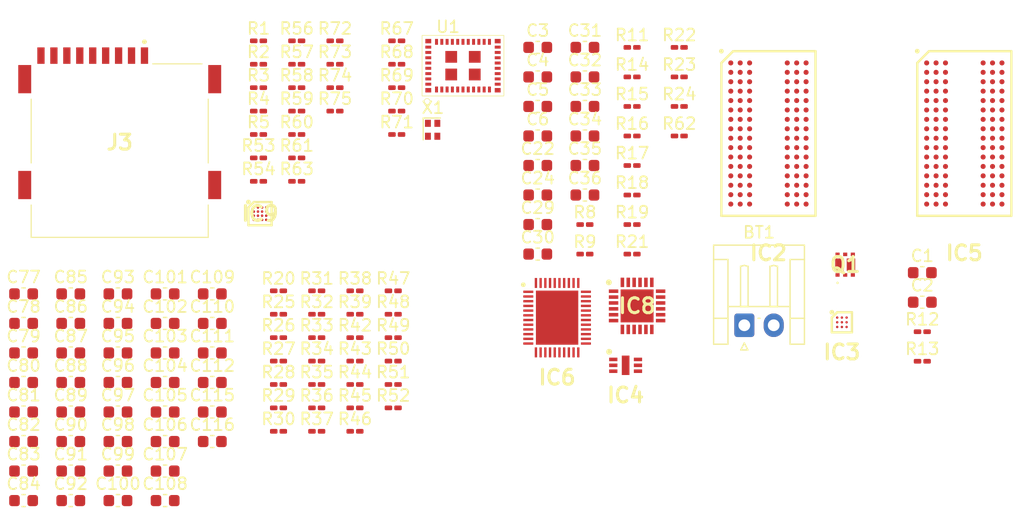
<source format=kicad_pcb>
(kicad_pcb (version 20221018) (generator pcbnew)
  (layers (0 "F.Cu" signal) (31 "B.Cu" signal) (34 "B.Paste" user) (35 "F.Paste" user) (36 "B.SilkS" user "B.Silkscreen") (37 "F.SilkS" user "F.Silkscreen") (38 "B.Mask" user) (39 "F.Mask" user) (44 "Edge.Cuts" user))
  (net 0 "")
  (net 1 "VBAT+")
  (net 2 "NRST_CORE")
  (net 3 "NRST")
  (net 4 "BUCK2_1V35")
  (net 5 "Net-(IC3-VIN)")
  (net 6 "VIN_BAT_CHRG")
  (net 7 "Net-(IC8-VREG_1V2)")
  (net 8 "Net-(IC8-VREG_2V7)")
  (net 9 "BUCK3_3V3")
  (net 10 "VIN")
  (net 11 "VREFCA")
  (net 12 "PROT_CD")
  (net 13 "SDA")
  (net 14 "Net-(IC3-BATD)")
  (net 15 "SCL")
  (net 16 "PROT_ALM")
  (net 17 "Net-(IC4-STAT)")
  (net 18 "CHRG_CE")
  (net 19 "Net-(IC4-PROG)")
  (net 20 "/RAM/DDR_DQ13")
  (net 21 "/RAM/DDR_DQ15")
  (net 22 "/RAM/DDR_DQ12")
  (net 23 "/RAM/DDR_DQS0_N")
  (net 24 "/RAM/DDR_DQ14")
  (net 25 "/RAM/DDR_DQ11")
  (net 26 "/RAM/DDR_DQ9")
  (net 27 "/RAM/DDR_DQS0_P")
  (net 28 "/RAM/DDR_DQ10")
  (net 29 "/RAM/DDR_DQM0")
  (net 30 "/RAM/DDR_DQ8")
  (net 31 "/RAM/DDR_DQ0")
  (net 32 "/RAM/DDR_DQM1")
  (net 33 "/RAM/DDR_DQ2")
  (net 34 "/RAM/DDR_DQSI_N")
  (net 35 "/RAM/DDR_DQ1")
  (net 36 "/RAM/DDR_DQ3")
  (net 37 "/RAM/DDR_DQ6")
  (net 38 "/RAM/DDR_DQSI_P")
  (net 39 "/RAM/DDR_DQ4")
  (net 40 "/RAM/DDR_DQ7")
  (net 41 "/RAM/DDR_DQ5")
  (net 43 "/RAM/DDR_RASN")
  (net 44 "DDR_CLK_P")
  (net 46 "/RAM/DDR_ODT")
  (net 47 "/RAM/DDR_CASN")
  (net 48 "DDR_CLK_N")
  (net 49 "DDR_CKE")
  (net 51 "/RAM/DDR_CSN")
  (net 52 "/RAM/DDR_WEN")
  (net 53 "/RAM/DDR_A10")
  (net 54 "DDR_ZQ")
  (net 56 "/RAM/DDR_BA0")
  (net 57 "/RAM/DDR_BA2")
  (net 59 "/RAM/DDR_A3")
  (net 60 "/RAM/DDR_A0")
  (net 61 "/RAM/DDR_A12")
  (net 62 "/RAM/DDR_BA1")
  (net 63 "/RAM/DDR_A5")
  (net 64 "/RAM/DDR_A2")
  (net 65 "/RAM/DDR_A1")
  (net 66 "/RAM/DDR_A4")
  (net 67 "/RAM/DDR_A7")
  (net 68 "/RAM/DDR_A9")
  (net 69 "/RAM/DDR_A11")
  (net 70 "/RAM/DDR_A6")
  (net 71 "DDR_RESETN")
  (net 72 "/RAM/DDR_A13")
  (net 73 "/RAM/DDR_A14")
  (net 74 "/RAM/DDR_A8")
  (net 75 "GND_SR_PVSS")
  (net 76 "MP1_VDD1V2_DSI")
  (net 77 "MP1_VDDA_1V1_REG")
  (net 78 "MP1_VDD_USB")
  (net 79 "BUCK1_1V2")
  (net 80 "Net-(IC6-VLX1)")
  (net 81 "Net-(IC6-VLX2)")
  (net 82 "VOUT_LDO3")
  (net 83 "Net-(IC6-RSTN)")
  (net 84 "VOUT_LDO2")
  (net 85 "LDO5_2V9")
  (net 86 "VOUT_LDO6")
  (net 87 "VOUT_LDO1")
  (net 88 "Net-(IC6-VLX4)")
  (net 89 "BUCK4_1V8")
  (net 90 "Net-(IC6-VLX3)")
  (net 92 "Net-(IC6-VLXBST)")
  (net 93 "BSTOUT")
  (net 94 "VBUS_OTG")
  (net 95 "VBUS_HOST")
  (net 96 "PMIC_WAKEUP")
  (net 97 "Net-(IC6-INTLDO)")
  (net 98 "Net-(IC6-PONKEYN)")
  (net 99 "PMIC_INT")
  (net 100 "USB_CC1")
  (net 101 "USB_CC2")
  (net 102 "USB_RESET")
  (net 103 "USB_ALERT#")
  (net 104 "USB_VBUS_VALID")
  (net 105 "USB_ATTACH")
  (net 106 "USB_DEBUG1")
  (net 109 "USB_A_B_SIDE")
  (net 110 "Net-(IC8-VBUS_EN_SNK)")
  (net 112 "Net-(IC8-VDD)")
  (net 113 "Net-(IC6-PWRCTRL)")
  (net 114 "SD_DAT2")
  (net 115 "Net-(IC9-DAT2B)")
  (net 116 "SD_DAT3")
  (net 117 "SD_CMD")
  (net 118 "Net-(IC9-CMDB)")
  (net 119 "Net-(IC9-DAT3B)")
  (net 120 "SD_DAT0")
  (net 122 "Net-(IC9-DAT0B)")
  (net 123 "SD_DAT1")
  (net 124 "SD_CLK")
  (net 125 "Net-(IC9-CLKB)")
  (net 126 "Net-(IC9-DAT1B)")
  (net 127 "Net-(J3-CD)")
  (net 128 "BOOT0")
  (net 129 "BOOT1")
  (net 130 "BOOT2")
  (net 131 "UART4_RX")
  (net 132 "Net-(J2-Pin_1)")
  (net 133 "Net-(J2-Pin_2)")
  (net 134 "UART4_TX")
  (net 135 "1YN_DATA0")
  (net 136 "1YN_DATA1")
  (net 137 "1YN_DATA2")
  (net 138 "1YN_DATA3")
  (net 139 "1YN_CMD")
  (net 140 "Net-(IC1A-PF6)")
  (net 141 "ANT")
  (net 142 "BT_UART_TXD")
  (net 143 "Net-(IC1A-PE10)")
  (net 144 "BT_UART_RTS_N")
  (net 145 "Net-(IC1A-PE9)")
  (net 146 "BT_UART_CTS_N")
  (net 147 "Net-(IC1A-PF7)")
  (net 148 "BT_UART_RXD")
  (net 156 "Net-(Q1-G1)")
  (net 157 "Net-(D1-K)")
  (net 158 "Net-(BT1--)")
  (net 164 "1YN_CLK")
  (net 167 "VIN_LDO")
  (net 168 "SR_VLX")
  (net 169 "LPO_IN")
  (footprint "Capacitor_SMD:C_0603_1608Metric" (layer "F.Cu") (at 39.8925 79.63)
    (fp_text reference "C87" (at 0 -1.43) (layer "F.SilkS"))
    (fp_text value "1u")
    (pad "1" smd roundrect (at -0.775 0) (size 0.9 0.95) (layers "F.Cu" "F.Paste" "F.Mask") (net 79 "BUCK1_1V2"))
    (pad "2" smd roundrect (at 0.775 0) (size 0.9 0.95) (layers "F.Cu" "F.Paste" "F.Mask") (net 75 "GND_SR_PVSS"))
  )
  (footprint "Resistor_SMD:R_0201_0603Metric_Pad0.64x0.40mm_HandSolder" (layer "F.Cu") (at 60.8025 78.33)
    (fp_text reference "R33" (at 0 -1.05) (layer "F.SilkS"))
    (fp_text value "56R")
    (pad "1" smd roundrect (at -0.4075 0) (size 0.635 0.4) (layers "F.Cu" "F.Mask") (net 74 "/RAM/DDR_A8"))
    (pad "2" smd roundrect (at 0.4075 0) (size 0.635 0.4) (layers "F.Cu" "F.Mask") (net 82 "VOUT_LDO3"))
  )
  (footprint "Resistor_SMD:R_0201_0603Metric_Pad0.64x0.40mm_HandSolder" (layer "F.Cu") (at 67.3025 76.34)
    (fp_text reference "R48" (at 0 -1.05) (layer "F.SilkS"))
    (fp_text value "56R")
    (pad "1" smd roundrect (at -0.4075 0) (size 0.635 0.4) (layers "F.Cu" "F.Mask") (net 51 "/RAM/DDR_CSN"))
    (pad "2" smd roundrect (at 0.4075 0) (size 0.635 0.4) (layers "F.Cu" "F.Mask") (net 82 "VOUT_LDO3"))
  )
  (footprint "Capacitor_SMD:C_0603_1608Metric" (layer "F.Cu") (at 51.9225 79.63)
    (fp_text reference "C111" (at 0 -1.43) (layer "F.SilkS"))
    (fp_text value "1u")
    (pad "1" smd roundrect (at -0.775 0) (size 0.9 0.95) (layers "F.Cu" "F.Paste" "F.Mask") (net 89 "BUCK4_1V8"))
    (pad "2" smd roundrect (at 0.775 0) (size 0.9 0.95) (layers "F.Cu" "F.Paste" "F.Mask") (net 75 "GND_SR_PVSS"))
  )
  (footprint "Capacitor_SMD:C_0603_1608Metric" (layer "F.Cu") (at 79.588 61.186)
    (fp_text reference "C6" (at 0 -1.43) (layer "F.SilkS"))
    (fp_text value "10u")
    (pad "1" smd roundrect (at -0.775 0) (size 0.9 0.95) (layers "F.Cu" "F.Paste" "F.Mask") (net 75 "GND_SR_PVSS"))
    (pad "2" smd roundrect (at 0.775 0) (size 0.9 0.95) (layers "F.Cu" "F.Paste" "F.Mask") (net 1 "VBAT+"))
  )
  (footprint "Resistor_SMD:R_0201_0603Metric_Pad0.64x0.40mm_HandSolder" (layer "F.Cu") (at 87.608 66.206)
    (fp_text reference "R18" (at 0 -1.05) (layer "F.SilkS"))
    (fp_text value "10k")
    (pad "1" smd roundrect (at -0.4075 0) (size 0.635 0.4) (layers "F.Cu" "F.Mask") (net 106 "USB_DEBUG1"))
    (pad "2" smd roundrect (at 0.4075 0) (size 0.635 0.4) (layers "F.Cu" "F.Mask") (net 89 "BUCK4_1V8"))
  )
  (footprint "Resistor_SMD:R_0201_0603Metric_Pad0.64x0.40mm_HandSolder" (layer "F.Cu") (at 67.3025 74.35)
    (fp_text reference "R47" (at 0 -1.05) (layer "F.SilkS"))
    (fp_text value "56R")
    (pad "1" smd roundrect (at -0.4075 0) (size 0.635 0.4) (layers "F.Cu" "F.Mask") (net 47 "/RAM/DDR_CASN"))
    (pad "2" smd roundrect (at 0.4075 0) (size 0.635 0.4) (layers "F.Cu" "F.Mask") (net 82 "VOUT_LDO3"))
  )
  (footprint "Resistor_SMD:R_0201_0603Metric_Pad0.64x0.40mm_HandSolder" (layer "F.Cu") (at 67.3025 84.3)
    (fp_text reference "R52" (at 0 -1.05) (layer "F.SilkS"))
    (fp_text value "240R")
    (pad "1" smd roundrect (at -0.4075 0) (size 0.635 0.4) (layers "F.Cu" "F.Mask") (net 75 "GND_SR_PVSS"))
    (pad "2" smd roundrect (at 0.4075 0) (size 0.635 0.4) (layers "F.Cu" "F.Mask") (net 54 "DDR_ZQ"))
  )
  (footprint "ARMband:QFN40P500X600X80-45N-D" (layer "F.Cu") (at 81.233 76.631)
    (fp_text reference "IC6" (at 0 5.08) (layer "F.SilkS") (effects (font (size 1.27 1.27) (thickness 0.254))))
    (fp_text value "STPMIC1BPQR" hide)
    (pad "1" smd rect (at -2.45 -2.2 90) (size 0.2 0.85) (layers "F.Cu" "F.Paste" "F.Mask") (net 83 "Net-(IC6-RSTN)"))
    (pad "2" smd rect (at -2.45 -1.8 90) (size 0.2 0.85) (layers "F.Cu" "F.Paste" "F.Mask") (net 96 "PMIC_WAKEUP"))
    (pad "3" smd rect (at -2.45 -1.4 90) (size 0.2 0.85) (layers "F.Cu" "F.Paste" "F.Mask") (net 13 "SDA"))
    (pad "4" smd rect (at -2.45 -1 90) (size 0.2 0.85) (layers "F.Cu" "F.Paste" "F.Mask") (net 15 "SCL"))
    (pad "5" smd rect (at -2.45 -0.6 90) (size 0.2 0.85) (layers "F.Cu" "F.Paste" "F.Mask") (net 79 "BUCK1_1V2"))
    (pad "6" smd rect (at -2.45 -0.2 90) (size 0.2 0.85) (layers "F.Cu" "F.Paste" "F.Mask") (net 75 "GND_SR_PVSS"))
    (pad "7" smd rect (at -2.45 0.2 90) (size 0.2 0.85) (layers "F.Cu" "F.Paste" "F.Mask") (net 80 "Net-(IC6-VLX1)"))
    (pad "8" smd rect (at -2.45 0.6 90) (size 0.2 0.85) (layers "F.Cu" "F.Paste" "F.Mask") (net 1 "VBAT+"))
    (pad "9" smd rect (at -2.45 1 90) (size 0.2 0.85) (layers "F.Cu" "F.Paste" "F.Mask") (net 4 "BUCK2_1V35"))
    (pad "10" smd rect (at -2.45 1.4 90) (size 0.2 0.85) (layers "F.Cu" "F.Paste" "F.Mask") (net 75 "GND_SR_PVSS"))
    (pad "11" smd rect (at -2.45 1.8 90) (size 0.2 0.85) (layers "F.Cu" "F.Paste" "F.Mask") (net 81 "Net-(IC6-VLX2)"))
    (pad "12" smd rect (at -2.45 2.2 90) (size 0.2 0.85) (layers "F.Cu" "F.Paste" "F.Mask") (net 1 "VBAT+"))
    (pad "13" smd rect (at -1.8 2.95) (size 0.2 0.85) (layers "F.Cu" "F.Paste" "F.Mask") (net 4 "BUCK2_1V35"))
    (pad "14" smd rect (at -1.4 2.95) (size 0.2 0.85) (layers "F.Cu" "F.Paste" "F.Mask") (net 82 "VOUT_LDO3"))
    (pad "15" smd rect (at -1 2.95) (size 0.2 0.85) (layers "F.Cu" "F.Paste" "F.Mask") (net 75 "GND_SR_PVSS"))
    (pad "16" smd rect (at -0.6 2.95) (size 0.2 0.85) (layers "F.Cu" "F.Paste" "F.Mask") (net 11 "VREFCA"))
    (pad "17" smd rect (at -0.2 2.95) (size 0.2 0.85) (layers "F.Cu" "F.Paste" "F.Mask") (net 98 "Net-(IC6-PONKEYN)"))
    (pad "18" smd rect (at 0.2 2.95) (size 0.2 0.85) (layers "F.Cu" "F.Paste" "F.Mask") (net 84 "VOUT_LDO2"))
    (pad "19" smd rect (at 0.6 2.95) (size 0.2 0.85) (layers "F.Cu" "F.Paste" "F.Mask") (net 1 "VBAT+"))
    (pad "20" smd rect (at 1 2.95) (size 0.2 0.85) (layers "F.Cu" "F.Paste" "F.Mask") (net 85 "LDO5_2V9"))
    (pad "21" smd rect (at 1.4 2.95) (size 0.2 0.85) (layers "F.Cu" "F.Paste" "F.Mask") (net 86 "VOUT_LDO6"))
    (pad "22" smd rect (at 1.8 2.95) (size 0.2 0.85) (layers "F.Cu" "F.Paste" "F.Mask") (net 1 "VBAT+"))
    (pad "23" smd rect (at 2.45 2.2 90) (size 0.2 0.85) (layers "F.Cu" "F.Paste" "F.Mask") (net 87 "VOUT_LDO1"))
    (pad "24" smd rect (at 2.45 1.8 90) (size 0.2 0.85) (layers "F.Cu" "F.Paste" "F.Mask") (net 1 "VBAT+"))
    (pad "25" smd rect (at 2.45 1.4 90) (size 0.2 0.85) (layers "F.Cu" "F.Paste" "F.Mask") (net 88 "Net-(IC6-VLX4)"))
    (pad "26" smd rect (at 2.45 1 90) (size 0.2 0.85) (layers "F.Cu" "F.Paste" "F.Mask") (net 75 "GND_SR_PVSS"))
    (pad "27" smd rect (at 2.45 0.6 90) (size 0.2 0.85) (layers "F.Cu" "F.Paste" "F.Mask") (net 89 "BUCK4_1V8"))
    (pad "28" smd rect (at 2.45 0.2 90) (size 0.2 0.85) (layers "F.Cu" "F.Paste" "F.Mask") (net 1 "VBAT+"))
    (pad "29" smd rect (at 2.45 -0.2 90) (size 0.2 0.85) (layers "F.Cu" "F.Paste" "F.Mask") (net 90 "Net-(IC6-VLX3)"))
    (pad "30" smd rect (at 2.45 -0.6 90) (size 0.2 0.85) (layers "F.Cu" "F.Paste" "F.Mask") (net 75 "GND_SR_PVSS"))
    (pad "31" smd rect (at 2.45 -1 90) (size 0.2 0.85) (layers "F.Cu" "F.Paste" "F.Mask") (net 9 "BUCK3_3V3"))
    (pad "32" smd rect (at 2.45 -1.4 90) (size 0.2 0.85) (layers "F.Cu" "F.Paste" "F.Mask"))
    (pad "33" smd rect (at 2.45 -1.8 90) (size 0.2 0.85) (layers "F.Cu" "F.Paste" "F.Mask") (net 92 "Net-(IC6-VLXBST)"))
    (pad "34" smd rect (at 2.45 -2.2 90) (size 0.2 0.85) (layers "F.Cu" "F.Paste" "F.Mask") (net 93 "BSTOUT"))
    (pad "35" smd rect (at 1.8 -2.95) (size 0.2 0.85) (layers "F.Cu" "F.Paste" "F.Mask") (net 94 "VBUS_OTG"))
    (pad "36" smd rect (at 1.4 -2.95) (size 0.2 0.85) (layers "F.Cu" "F.Paste" "F.Mask") (net 1 "VBAT+"))
    (pad "37" smd rect (at 1 -2.95) (size 0.2 0.85) (layers "F.Cu" "F.Paste" "F.Mask") (net 93 "BSTOUT"))
    (pad "38" smd rect (at 0.6 -2.95) (size 0.2 0.85) (layers "F.Cu" "F.Paste" "F.Mask") (net 95 "VBUS_HOST"))
    (pad "39" smd rect (at 0.2 -2.95) (size 0.2 0.85) (layers "F.Cu" "F.Paste" "F.Mask") (net 78 "MP1_VDD_USB"))
    (pad "40" smd rect (at -0.2 -2.95) (size 0.2 0.85) (layers "F.Cu" "F.Paste" "F.Mask") (net 97 "Net-(IC6-INTLDO)"))
    (pad "41" smd rect (at -0.6 -2.95) (size 0.2 0.85) (layers "F.Cu" "F.Paste" "F.Mask") (net 75 "GND_SR_PVSS"))
    (pad "42" smd rect (at -1 -2.95) (size 0.2 0.85) (layers "F.Cu" "F.Paste" "F.Mask") (net 89 "BUCK4_1V8"))
    (pad "43" smd rect (at -1.4 -2.95) (size 0.2 0.85) (layers "F.Cu" "F.Paste" "F.Mask") (net 99 "PMIC_INT"))
    (pad "44" smd rect (at -1.8 -2.95) (size 0.2 0.85) (layers "F.Cu" "F.Paste" "F.Mask") (net 113 "Net-(IC6-PWRCTRL)"))
    (pad "45" smd rect (at 0 0) (size 3.6 4.6) (layers "F.Cu" "F.Paste" "F.Mask") (net 75 "GND_SR_PVSS"))
  )
  (footprint "Connector_JST:JST_EH_S2B-EH_1x02_P2.50mm_Horizontal" (layer "F.Cu") (at 97.148 77.276)
    (fp_text reference "BT1" (at 1.25 -7.9) (layer "F.SilkS"))
    (fp_text value "Battery_Cell")
    (pad "1" thru_hole roundrect (at 0 0) (size 1.7 2) (drill 1) (layers "*.Cu" "*.Mask") (roundrect_rratio 0.147059) (net 1 "VBAT+"))
    (pad "2" thru_hole oval (at 2.5 0) (size 1.7 2) (drill 1) (layers "*.Cu" "*.Mask") (net 158 "Net-(BT1--)"))
  )
  (footprint "Resistor_SMD:R_0201_0603Metric_Pad0.64x0.40mm_HandSolder" (layer "F.Cu") (at 67.3025 82.31)
    (fp_text reference "R51" (at 0 -1.05) (layer "F.SilkS"))
    (fp_text value "56R")
    (pad "1" smd roundrect (at -0.4075 0) (size 0.635 0.4) (layers "F.Cu" "F.Mask") (net 46 "/RAM/DDR_ODT"))
    (pad "2" smd roundrect (at 0.4075 0) (size 0.635 0.4) (layers "F.Cu" "F.Mask") (net 82 "VOUT_LDO3"))
  )
  (footprint "Resistor_SMD:R_0201_0603Metric_Pad0.64x0.40mm_HandSolder" (layer "F.Cu") (at 67.3025 78.33)
    (fp_text reference "R49" (at 0 -1.05) (layer "F.SilkS"))
    (fp_text value "56R")
    (pad "1" smd roundrect (at -0.4075 0) (size 0.635 0.4) (layers "F.Cu" "F.Mask") (net 49 "DDR_CKE"))
    (pad "2" smd roundrect (at 0.4075 0) (size 0.635 0.4) (layers "F.Cu" "F.Mask") (net 82 "VOUT_LDO3"))
  )
  (footprint "Capacitor_SMD:C_0603_1608Metric" (layer "F.Cu") (at 83.598 66.206)
    (fp_text reference "C36" (at 0 -1.43) (layer "F.SilkS"))
    (fp_text value "10u")
    (pad "1" smd roundrect (at -0.775 0) (size 0.9 0.95) (layers "F.Cu" "F.Paste" "F.Mask") (net 10 "VIN"))
    (pad "2" smd roundrect (at 0.775 0) (size 0.9 0.95) (layers "F.Cu" "F.Paste" "F.Mask") (net 75 "GND_SR_PVSS"))
  )
  (footprint "Capacitor_SMD:C_0603_1608Metric" (layer "F.Cu") (at 79.588 71.226)
    (fp_text reference "C30" (at 0 -1.43) (layer "F.SilkS"))
    (fp_text value "220n")
    (pad "1" smd roundrect (at -0.775 0) (size 0.9 0.95) (layers "F.Cu" "F.Paste" "F.Mask") (net 75 "GND_SR_PVSS"))
    (pad "2" smd roundrect (at 0.775 0) (size 0.9 0.95) (layers "F.Cu" "F.Paste" "F.Mask") (net 5 "Net-(IC3-VIN)"))
  )
  (footprint "Oscillator:Oscillator_SMD_Abracon_ASCO-4Pin_1.6x1.2mm" (layer "F.Cu") (at 70.6525 60.66)
    (fp_text reference "X1" (at 0.025 -1.875) (layer "F.SilkS"))
    (fp_text value "ASCO")
    (pad "1" smd rect (at -0.4 -0.55) (size 0.5 0.6) (layers "F.Cu" "F.Paste" "F.Mask") (net 89 "BUCK4_1V8"))
    (pad "2" smd rect (at -0.4 0.55) (size 0.5 0.6) (layers "F.Cu" "F.Paste" "F.Mask") (net 75 "GND_SR_PVSS"))
    (pad "3" smd rect (at 0.4 0.55) (size 0.5 0.6) (layers "F.Cu" "F.Paste" "F.Mask") (net 169 "LPO_IN"))
    (pad "4" smd rect (at 0.4 -0.55) (size 0.5 0.6) (layers "F.Cu" "F.Paste" "F.Mask") (net 89 "BUCK4_1V8"))
  )
  (footprint "Capacitor_SMD:C_0603_1608Metric" (layer "F.Cu") (at 39.8925 74.61)
    (fp_text reference "C85" (at 0 -1.43) (layer "F.SilkS"))
    (fp_text value "1u")
    (pad "1" smd roundrect (at -0.775 0) (size 0.9 0.95) (layers "F.Cu" "F.Paste" "F.Mask") (net 79 "BUCK1_1V2"))
    (pad "2" smd roundrect (at 0.775 0) (size 0.9 0.95) (layers "F.Cu" "F.Paste" "F.Mask") (net 75 "GND_SR_PVSS"))
  )
  (footprint "Capacitor_SMD:C_0603_1608Metric" (layer "F.Cu") (at 79.588 53.656)
    (fp_text reference "C3" (at 0 -1.43) (layer "F.SilkS"))
    (fp_text value "10u")
    (pad "1" smd roundrect (at -0.775 0) (size 0.9 0.95) (layers "F.Cu" "F.Paste" "F.Mask") (net 75 "GND_SR_PVSS"))
    (pad "2" smd roundrect (at 0.775 0) (size 0.9 0.95) (layers "F.Cu" "F.Paste" "F.Mask") (net 1 "VBAT+"))
  )
  (footprint "Resistor_SMD:R_0201_0603Metric_Pad0.64x0.40mm_HandSolder" (layer "F.Cu") (at 87.608 63.696)
    (fp_text reference "R17" (at 0 -1.05) (layer "F.SilkS"))
    (fp_text value "1k")
    (pad "1" smd roundrect (at -0.4075 0) (size 0.635 0.4) (layers "F.Cu" "F.Mask") (net 156 "Net-(Q1-G1)"))
    (pad "2" smd roundrect (at 0.4075 0) (size 0.635 0.4) (layers "F.Cu" "F.Mask") (net 110 "Net-(IC8-VBUS_EN_SNK)"))
  )
  (footprint "Capacitor_SMD:C_0603_1608Metric" (layer "F.Cu") (at 43.9025 79.63)
    (fp_text reference "C95" (at 0 -1.43) (layer "F.SilkS"))
    (fp_text value "1u")
    (pad "1" smd roundrect (at -0.775 0) (size 0.9 0.95) (layers "F.Cu" "F.Paste" "F.Mask") (net 4 "BUCK2_1V35"))
    (pad "2" smd roundrect (at 0.775 0) (size 0.9 0.95) (layers "F.Cu" "F.Paste" "F.Mask") (net 75 "GND_SR_PVSS"))
  )
  (footprint "Capacitor_SMD:C_0603_1608Metric" (layer "F.Cu") (at 43.9025 89.67)
    (fp_text reference "C99" (at 0 -1.43) (layer "F.SilkS"))
    (fp_text value "1u")
    (pad "1" smd roundrect (at -0.775 0) (size 0.9 0.95) (layers "F.Cu" "F.Paste" "F.Mask") (net 89 "BUCK4_1V8"))
    (pad "2" smd roundrect (at 0.775 0) (size 0.9 0.95) (layers "F.Cu" "F.Paste" "F.Mask") (net 75 "GND_SR_PVSS"))
  )
  (footprint "Capacitor_SMD:C_0603_1608Metric" (layer "F.Cu") (at 35.8825 74.61)
    (fp_text reference "C77" (at 0 -1.43) (layer "F.SilkS"))
    (fp_text value "100n")
    (pad "1" smd roundrect (at -0.775 0) (size 0.9 0.95) (layers "F.Cu" "F.Paste" "F.Mask") (net 89 "BUCK4_1V8"))
    (pad "2" smd roundrect (at 0.775 0) (size 0.9 0.95) (layers "F.Cu" "F.Paste" "F.Mask") (net 75 "GND_SR_PVSS"))
  )
  (footprint "Capacitor_SMD:C_0603_1608Metric" (layer "F.Cu") (at 47.9125 74.61)
    (fp_text reference "C101" (at 0 -1.43) (layer "F.SilkS"))
    (fp_text value "1u")
    (pad "1" smd roundrect (at -0.775 0) (size 0.9 0.95) (layers "F.Cu" "F.Paste" "F.Mask") (net 89 "BUCK4_1V8"))
    (pad "2" smd roundrect (at 0.775 0) (size 0.9 0.95) (layers "F.Cu" "F.Paste" "F.Mask") (net 75 "GND_SR_PVSS"))
  )
  (footprint "Resistor_SMD:R_0201_0603Metric_Pad0.64x0.40mm_HandSolder" (layer "F.Cu") (at 57.5525 84.3)
    (fp_text reference "R29" (at 0 -1.05) (layer "F.SilkS"))
    (fp_text value "56R")
    (pad "1" smd roundrect (at -0.4075 0) (size 0.635 0.4) (layers "F.Cu" "F.Mask") (net 66 "/RAM/DDR_A4"))
    (pad "2" smd roundrect (at 0.4075 0) (size 0.635 0.4) (layers "F.Cu" "F.Mask") (net 82 "VOUT_LDO3"))
  )
  (footprint "Resistor_SMD:R_0201_0603Metric_Pad0.64x0.40mm_HandSolder" (layer "F.Cu") (at 59.1025 59.07)
    (fp_text reference "R59" (at 0 -1.05) (layer "F.SilkS"))
    (fp_text value "47k")
    (pad "1" smd roundrect (at -0.4075 0) (size 0.635 0.4) (layers "F.Cu" "F.Mask") (net 126 "Net-(IC9-DAT1B)"))
    (pad "2" smd roundrect (at 0.4075 0) (size 0.635 0.4) (layers "F.Cu" "F.Mask") (net 85 "LDO5_2V9"))
  )
  (footprint "Resistor_SMD:R_0201_0603Metric_Pad0.64x0.40mm_HandSolder" (layer "F.Cu") (at 57.5525 76.34)
    (fp_text reference "R25" (at 0 -1.05) (layer "F.SilkS"))
    (fp_text value "56R")
    (pad "1" smd roundrect (at -0.4075 0) (size 0.635 0.4) (layers "F.Cu" "F.Mask") (net 60 "/RAM/DDR_A0"))
    (pad "2" smd roundrect (at 0.4075 0) (size 0.635 0.4) (layers "F.Cu" "F.Mask") (net 82 "VOUT_LDO3"))
  )
  (footprint "ARMband:BGA96C80P9X16_800X1400X120" (layer "F.Cu") (at 115.848 60.976)
    (fp_text reference "IC5" (at 0 10.16) (layer "F.SilkS") (effects (font (size 1.27 1.27) (thickness 0.254))))
    (fp_text value "MT41K256M16TW-107_P" hide)
    (pad "A1" smd circle (at -3.2 -6 90) (size 0.426 0.426) (layers "F.Cu" "F.Paste" "F.Mask"))
    (pad "A2" smd circle (at -2.4 -6 90) (size 0.426 0.426) (layers "F.Cu" "F.Paste" "F.Mask") (net 20 "/RAM/DDR_DQ13"))
    (pad "A3" smd circle (at -1.6 -6 90) (size 0.426 0.426) (layers "F.Cu" "F.Paste" "F.Mask") (net 21 "/RAM/DDR_DQ15"))
    (pad "A7" smd circle (at 1.6 -6 90) (size 0.426 0.426) (layers "F.Cu" "F.Paste" "F.Mask") (net 22 "/RAM/DDR_DQ12"))
    (pad "A8" smd circle (at 2.4 -6 90) (size 0.426 0.426) (layers "F.Cu" "F.Paste" "F.Mask"))
    (pad "A9" smd circle (at 3.2 -6 90) (size 0.426 0.426) (layers "F.Cu" "F.Paste" "F.Mask"))
    (pad "B1" smd circle (at -3.2 -5.2 90) (size 0.426 0.426) (layers "F.Cu" "F.Paste" "F.Mask"))
    (pad "B2" smd circle (at -2.4 -5.2 90) (size 0.426 0.426) (layers "F.Cu" "F.Paste" "F.Mask"))
    (pad "B3" smd circle (at -1.6 -5.2 90) (size 0.426 0.426) (layers "F.Cu" "F.Paste" "F.Mask"))
    (pad "B7" smd circle (at 1.6 -5.2 90) (size 0.426 0.426) (layers "F.Cu" "F.Paste" "F.Mask") (net 23 "/RAM/DDR_DQS0_N"))
    (pad "B8" smd circle (at 2.4 -5.2 90) (size 0.426 0.426) (layers "F.Cu" "F.Paste" "F.Mask") (net 24 "/RAM/DDR_DQ14"))
    (pad "B9" smd circle (at 3.2 -5.2 90) (size 0.426 0.426) (layers "F.Cu" "F.Paste" "F.Mask"))
    (pad "C1" smd circle (at -3.2 -4.4 90) (size 0.426 0.426) (layers "F.Cu" "F.Paste" "F.Mask"))
    (pad "C2" smd circle (at -2.4 -4.4 90) (size 0.426 0.426) (layers "F.Cu" "F.Paste" "F.Mask") (net 25 "/RAM/DDR_DQ11"))
    (pad "C3" smd circle (at -1.6 -4.4 90) (size 0.426 0.426) (layers "F.Cu" "F.Paste" "F.Mask") (net 26 "/RAM/DDR_DQ9"))
    (pad "C7" smd circle (at 1.6 -4.4 90) (size 0.426 0.426) (layers "F.Cu" "F.Paste" "F.Mask") (net 27 "/RAM/DDR_DQS0_P"))
    (pad "C8" smd circle (at 2.4 -4.4 90) (size 0.426 0.426) (layers "F.Cu" "F.Paste" "F.Mask") (net 28 "/RAM/DDR_DQ10"))
    (pad "C9" smd circle (at 3.2 -4.4 90) (size 0.426 0.426) (layers "F.Cu" "F.Paste" "F.Mask"))
    (pad "D1" smd circle (at -3.2 -3.6 90) (size 0.426 0.426) (layers "F.Cu" "F.Paste" "F.Mask"))
    (pad "D2" smd circle (at -2.4 -3.6 90) (size 0.426 0.426) (layers "F.Cu" "F.Paste" "F.Mask"))
    (pad "D3" smd circle (at -1.6 -3.6 90) (size 0.426 0.426) (layers "F.Cu" "F.Paste" "F.Mask") (net 29 "/RAM/DDR_DQM0"))
    (pad "D7" smd circle (at 1.6 -3.6 90) (size 0.426 0.426) (layers "F.Cu" "F.Paste" "F.Mask") (net 30 "/RAM/DDR_DQ8"))
    (pad "D8" smd circle (at 2.4 -3.6 90) (size 0.426 0.426) (layers "F.Cu" "F.Paste" "F.Mask"))
    (pad "D9" smd circle (at 3.2 -3.6 90) (size 0.426 0.426) (layers "F.Cu" "F.Paste" "F.Mask"))
    (pad "E1" smd circle (at -3.2 -2.8 90) (size 0.426 0.426) (layers "F.Cu" "F.Paste" "F.Mask"))
    (pad "E2" smd circle (at -2.4 -2.8 90) (size 0.426 0.426) (layers "F.Cu" "F.Paste" "F.Mask"))
    (pad "E3" smd circle (at -1.6 -2.8 90) (size 0.426 0.426) (layers "F.Cu" "F.Paste" "F.Mask") (net 31 "/RAM/DDR_DQ0"))
    (pad "E7" smd circle (at 1.6 -2.8 90) (size 0.426 0.426) (layers "F.Cu" "F.Paste" "F.Mask") (net 32 "/RAM/DDR_DQM1"))
    (pad "E8" smd circle (at 2.4 -2.8 90) (size 0.426 0.426) (layers "F.Cu" "F.Paste" "F.Mask"))
    (pad "E9" smd circle (at 3.2 -2.8 90) (size 0.426 0.426) (layers "F.Cu" "F.Paste" "F.Mask"))
    (pad "F1" smd circle (at -3.2 -2 90) (size 0.426 0.426) (layers "F.Cu" "F.Paste" "F.Mask"))
    (pad "F2" smd circle (at -2.4 -2 90) (size 0.426 0.426) (layers "F.Cu" "F.Paste" "F.Mask") (net 33 "/RAM/DDR_DQ2"))
    (pad "F3" smd circle (at -1.6 -2 90) (size 0.426 0.426) (layers "F.Cu" "F.Paste" "F.Mask") (net 34 "/RAM/DDR_DQSI_N"))
    (pad "F7" smd circle (at 1.6 -2 90) (size 0.426 0.426) (layers "F.Cu" "F.Paste" "F.Mask") (net 35 "/RAM/DDR_DQ1"))
    (pad "F8" smd circle (at 2.4 -2 90) (size 0.426 0.426) (layers "F.Cu" "F.Paste" "F.Mask") (net 36 "/RAM/DDR_DQ3"))
    (pad "F9" smd circle (at 3.2 -2 90) (size 0.426 0.426) (layers "F.Cu" "F.Paste" "F.Mask"))
    (pad "G1" smd circle (at -3.2 -1.2 90) (size 0.426 0.426) (layers "F.Cu" "F.Paste" "F.Mask"))
    (pad "G2" smd circle (at -2.4 -1.2 90) (size 0.426 0.426) (layers "F.Cu" "F.Paste" "F.Mask") (net 37 "/RAM/DDR_DQ6"))
    (pad "G3" smd circle (at -1.6 -1.2 90) (size 0.426 0.426) (layers "F.Cu" "F.Paste" "F.Mask") (net 38 "/RAM/DDR_DQSI_P"))
    (pad "G7" smd circle (at 1.6 -1.2 90) (size 0.426 0.426) (layers "F.Cu" "F.Paste" "F.Mask"))
    (pad "G8" smd circle (at 2.4 -1.2 90) (size 0.426 0.426) (layers "F.Cu" "F.Paste" "F.Mask"))
    (pad "G9" smd circle (at 3.2 -1.2 90) (size 0.426 0.426) (layers "F.Cu" "F.Paste" "F.Mask"))
    (pad "H1" smd circle (at -3.2 -0.4 90) (size 0.426 0.426) (layers "F.Cu" "F.Paste" "F.Mask"))
    (pad "H2" smd circle (at -2.4 -0.4 90) (size 0.426 0.426) (layers "F.Cu" "F.Paste" "F.Mask"))
    (pad "H3" smd circle (at -1.6 -0.4 90) (size 0.426 0.426) (layers "F.Cu" "F.Paste" "F.Mask") (net 39 "/RAM/DDR_DQ4"))
    (pad "H7" smd circle (at 1.6 -0.4 90) (size 0.426 0.426) (layers "F.Cu" "F.Paste" "F.Mask") (net 40 "/RAM/DDR_DQ7"))
    (pad "H8" smd circle (at 2.4 -0.4 90) (size 0.426 0.426) (layers "F.Cu" "F.Paste" "F.Mask") (net 41 "/RAM/DDR_DQ5"))
    (pad "H9" smd circle (at 3.2 -0.4 90) (size 0.426 0.426) (layers "F.Cu" "F.Paste" "F.Mask"))
    (pad "J1" smd circle (at -3.2 0.4 90) (size 0.426 0.426) (layers "F.Cu" "F.Paste" "F.Mask"))
    (pad "J2" smd circle (at -2.4 0.4 90) (size 0.426 0.426) (layers "F.Cu" "F.Paste" "F.Mask"))
    (pad "J3" smd circle (at -1.6 0.4 90) (size 0.426 0.426) (layers "F.Cu" "F.Paste" "F.Mask") (net 43 "/RAM/DDR_RASN"))
    (pad "J7" smd circle (at 1.6 0.4 90) (size 0.426 0.426) (layers "F.Cu" "F.Paste" "F.Mask") (net 44 "DDR_CLK_P"))
    (pad "J8" smd circle (at 2.4 0.4 90) (size 0.426 0.426) (layers "F.Cu" "F.Paste" "F.Mask"))
    (pad "J9" smd circle (at 3.2 0.4 90) (size 0.426 0.426) (layers "F.Cu" "F.Paste" "F.Mask"))
    (pad "K1" smd circle (at -3.2 1.2 90) (size 0.426 0.426) (layers "F.Cu" "F.Paste" "F.Mask") (net 46 "/RAM/DDR_ODT"))
    (pad "K2" smd circle (at -2.4 1.2 90) (size 0.426 0.426) (layers "F.Cu" "F.Paste" "F.Mask"))
    (pad "K3" smd circle (at -1.6 1.2 90) (size 0.426 0.426) (layers "F.Cu" "F.Paste" "F.Mask") (net 47 "/RAM/DDR_CASN"))
    (pad "K7" smd circle (at 1.6 1.2 90) (size 0.426 0.426) (layers "F.Cu" "F.Paste" "F.Mask") (net 48 "DDR_CLK_N"))
    (pad "K8" smd circle (at 2.4 1.2 90) (size 0.426 0.426) (layers "F.Cu" "F.Paste" "F.Mask"))
    (pad "K9" smd circle (at 3.2 1.2 90) (size 0.426 0.426) (layers "F.Cu" "F.Paste" "F.Mask") (net 49 "DDR_CKE"))
    (pad "L1" smd circle (at -3.2 2 90) (size 0.426 0.426) (layers "F.Cu" "F.Paste" "F.Mask"))
    (pad "L2" smd circle (at -2.4 2 90) (size 0.426 0.426) (layers "F.Cu" "F.Paste" "F.Mask") (net 51 "/RAM/DDR_CSN"))
    (pad "L3" smd circle (at -1.6 2 90) (size 0.426 0.426) (layers "F.Cu" "F.Paste" "F.Mask") (net 52 "/RAM/DDR_WEN"))
    (pad "L7" smd circle (at 1.6 2 90) (size 0.426 0.426) (layers "F.Cu" "F.Paste" "F.Mask") (net 53 "/RAM/DDR_A10"))
    (pad "L8" smd circle (at 2.4 2 90) (size 0.426 0.426) (layers "F.Cu" "F.Paste" "F.Mask") (net 54 "DDR_ZQ"))
    (pad "L9" smd circle (at 3.2 2 90) (size 0.426 0.426) (layers "F.Cu" "F.Paste" "F.Mask"))
    (pad "M1" smd circle (at -3.2 2.8 90) (size 0.426 0.426) (layers "F.Cu" "F.Paste" "F.Mask"))
    (pad "M2" smd circle (at -2.4 2.8 90) (size 0.426 0.426) (layers "F.Cu" "F.Paste" "F.Mask") (net 56 "/RAM/DDR_BA0"))
    (pad "M3" smd circle (at -1.6 2.8 90) (size 0.426 0.426) (layers "F.Cu" "F.Paste" "F.Mask") (net 57 "/RAM/DDR_BA2"))
    (pad "M7" smd circle (at 1.6 2.8 90) (size 0.426 0.426) (layers "F.Cu" "F.Paste" "F.Mask"))
    (pad "M8" smd circle (at 2.4 2.8 90) (size 0.426 0.426) (layers "F.Cu" "F.Paste" "F.Mask"))
    (pad "M9" smd circle (at 3.2 2.8 90) (size 0.426 0.426) (layers "F.Cu" "F.Paste" "F.Mask"))
    (pad "N1" smd circle (at -3.2 3.6 90) (size 0.426 0.426) (layers "F.Cu" "F.Paste" "F.Mask"))
    (pad "N2" smd circle (at -2.4 3.6 90) (size 0.426 0.426) (layers "F.Cu" "F.Paste" "F.Mask") (net 59 "/RAM/DDR_A3"))
    (pad "N3" smd circle (at -1.6 3.6 90) (size 0.426 0.426) (layers "F.Cu" "F.Paste" "F.Mask") (net 60 "/RAM/DDR_A0"))
    (pad "N7" smd circle (at 1.6 3.6 90) (size 0.426 0.426) (layers "F.Cu" "F.Paste" "F.Mask") (net 61 "/RAM/DDR_A12"))
    (pad "N8" smd circle (at 2.4 3.6 90) (size 0.426 0.426) (layers "F.Cu" "F.Paste" "F.Mask") (net 62 "/RAM/DDR_BA1"))
    (pad "N9" smd circle (at 3.2 3.6 90) (size 0.426 0.426) (layers "F.Cu" "F.Paste" "F.Mask"))
    (pad "P1" smd circle (at -3.2 4.4 90) (size 0.426 0.426) (layers "F.Cu" "F.Paste" "F.Mask"))
    (pad "P2" smd circle (at -2.4 4.4 90) (size 0.426 0.426) (layers "F.Cu" "F.Paste" "F.Mask") (net 63 "/RAM/DDR_A5"))
    (pad "P3" smd circle (at -1.6 4.4 90) (size 0.426 0.426) (layers "F.Cu" "F.Paste" "F.Mask") (net 64 "/RAM/DDR_A2"))
    (pad "P7" smd circle (at 1.6 4.4 90) (size 0.426 0.426) (layers "F.Cu" "F.Paste" "F.Mask") (net 65 "/RAM/DDR_A1"))
    (pad "P8" smd circle (at 2.4 4.4 90) (size 0.426 0.426) (layers "F.Cu" "F.Paste" "F.Mask") (net 66 "/RAM/DDR_A4"))
    (pad "P9" smd circle (at 3.2 4.4 90) (size 0.426 0.426) (layers "F.Cu" "F.Paste" "F.Mask"))
    (pad "R1" smd circle (at -3.2 5.2 90) (size 0.426 0.426) (layers "F.Cu" "F.Paste" "F.Mask"))
    (pad "R2" smd circle (at -2.4 5.2 90) (size 0.426 0.426) (layers "F.Cu" "F.Paste" "F.Mask") (net 67 "/RAM/DDR_A7"))
    (pad "R3" smd circle (at -1.6 5.2 90) (size 0.426 0.426) (layers "F.Cu" "F.Paste" "F.Mask") (net 68 "/RAM/DDR_A9"))
    (pad "R7" smd circle (at 1.6 5.2 90) (size 0.426 0.426) (layers "F.Cu" "F.Paste" "F.Mask") (net 69 "/RAM/DDR_A11"))
    (pad "R8" smd circle (at 2.4 5.2 90) (size 0.426 0.426) (layers "F.Cu" "F.Paste" "F.Mask") (net 70 "/RAM/DDR_A6"))
    (pad "R9" smd circle (at 3.2 5.2 90) (size 0.426 0.426) (layers "F.Cu" "F.Paste" "F.Mask"))
    (pad "T1" smd circle (at -3.2 6 90) (size 0.426 0.426) (layers "F.Cu" "F.Paste" "F.Mask"))
    (pad "T2" smd circle (at -2.4 6 90) (size 0.426 0.426) (layers "F.Cu" "F.Paste" "F.Mask") (net 71 "DDR_RESETN"))
    (pad "T3" smd circle (at -1.6 6 90) (size 0.426 0.426) (layers "F.Cu" "F.Paste" "F.Mask") (net 72 "/RAM/DDR_A13"))
    (pad "T7" smd circle (at 1.6 6 90) (size 0.426 0.426) (layers "F.Cu" "F.Paste" "F.Mask") (net 73 "/RAM/DDR_A14"))
    (pad "T8" smd circle (at 2.4 6 90) (size 0.426 0.426) (layers "F.Cu" "F.Paste" "F.Mask") (net 74 "/RAM/DDR_A8"))
    (pad "T9" smd circle (at 3.2 6 90) (size 0.426 0.426) (layers "F.Cu" "F.Paste" "F.Mask"))
  )
  (footprint "Capacitor_SMD:C_0603_1608Metric" (layer "F.Cu") (at 47.9125 87.16)
    (fp_text reference "C106" (at 0 -1.43) (layer "F.SilkS"))
    (fp_text value "2u2")
    (pad "1" smd roundrect (at -0.775 0) (size 0.9 0.95) (layers "F.Cu" "F.Paste" "F.Mask") (net 76 "MP1_VDD1V2_DSI"))
    (pad "2" smd roundrect (at 0.775 0) (size 0.9 0.95) (layers "F.Cu" "F.Paste" "F.Mask") (net 75 "GND_SR_PVSS"))
  )
  (footprint "Capacitor_SMD:C_0603_1608Metric" (layer "F.Cu") (at 47.9125 79.63)
    (fp_text reference "C103" (at 0 -1.43) (layer "F.SilkS"))
    (fp_text value "1u")
    (pad "1" smd roundrect (at -0.775 0) (size 0.9 0.95) (layers "F.Cu" "F.Paste" "F.Mask") (net 89 "BUCK4_1V8"))
    (pad "2" smd roundrect (at 0.775 0) (size 0.9 0.95) (layers "F.Cu" "F.Paste" "F.Mask") (net 75 "GND_SR_PVSS"))
  )
  (footprint "Capacitor_SMD:C_0603_1608Metric" (layer "F.Cu") (at 83.598 56.166)
    (fp_text reference "C32" (at 0 -1.43) (layer "F.SilkS"))
    (fp_text value "4u7")
    (pad "1" smd roundrect (at -0.775 0) (size 0.9 0.95) (layers "F.Cu" "F.Paste" "F.Mask") (net 75 "GND_SR_PVSS"))
    (pad "2" smd roundrect (at 0.775 0) (size 0.9 0.95) (layers "F.Cu" "F.Paste" "F.Mask") (net 1 "VBAT+"))
  )
  (footprint "Resistor_SMD:R_0201_0603Metric_Pad0.64x0.40mm_HandSolder" (layer "F.Cu") (at 55.8525 65.04)
    (fp_text reference "R54" (at 0 -1.05) (layer "F.SilkS"))
    (fp_text value "0R")
    (pad "1" smd roundrect (at -0.4075 0) (size 0.635 0.4) (layers "F.Cu" "F.Mask") (net 133 "Net-(J2-Pin_2)"))
    (pad "2" smd roundrect (at 0.4075 0) (size 0.635 0.4) (layers "F.Cu" "F.Mask") (net 134 "UART4_TX"))
  )
  (footprint "Capacitor_SMD:C_0603_1608Metric" (layer "F.Cu") (at 39.8925 82.14)
    (fp_text reference "C88" (at 0 -1.43) (layer "F.SilkS"))
    (fp_text value "1u")
    (pad "1" smd roundrect (at -0.775 0) (size 0.9 0.95) (layers "F.Cu" "F.Paste" "F.Mask") (net 79 "BUCK1_1V2"))
    (pad "2" smd roundrect (at 0.775 0) (size 0.9 0.95) (layers "F.Cu" "F.Paste" "F.Mask") (net 75 "GND_SR_PVSS"))
  )
  (footprint "Resistor_SMD:R_0201_0603Metric_Pad0.64x0.40mm_HandSolder" (layer "F.Cu") (at 67.6025 55.09)
    (fp_text reference "R68" (at 0 -1.05) (layer "F.SilkS"))
    (fp_text value "10K")
    (pad "1" smd roundrect (at -0.4075 0) (size 0.635 0.4) (layers "F.Cu" "F.Mask") (net 89 "BUCK4_1V8"))
    (pad "2" smd roundrect (at 0.4075 0) (size 0.635 0.4) (layers "F.Cu" "F.Mask") (net 136 "1YN_DATA1"))
  )
  (footprint "Capacitor_SMD:C_0603_1608Metric" (layer "F.Cu") (at 39.8925 92.18)
    (fp_text reference "C92" (at 0 -1.43) (layer "F.SilkS"))
    (fp_text value "1u")
    (pad "1" smd roundrect (at -0.775 0) (size 0.9 0.95) (layers "F.Cu" "F.Paste" "F.Mask") (net 79 "BUCK1_1V2"))
    (pad "2" smd roundrect (at 0.775 0) (size 0.9 0.95) (layers "F.Cu" "F.Paste" "F.Mask") (net 75 "GND_SR_PVSS"))
  )
  (footprint "Resistor_SMD:R_0201_0603Metric_Pad0.64x0.40mm_HandSolder" (layer "F.Cu") (at 57.5525 82.31)
    (fp_text reference "R28" (at 0 -1.05) (layer "F.SilkS"))
    (fp_text value "56R")
    (pad "1" smd roundrect (at -0.4075 0) (size 0.635 0.4) (layers "F.Cu" "F.Mask") (net 59 "/RAM/DDR_A3"))
    (pad "2" smd roundrect (at 0.4075 0) (size 0.635 0.4) (layers "F.Cu" "F.Mask") (net 82 "VOUT_LDO3"))
  )
  (footprint "Resistor_SMD:R_0201_0603Metric_Pad0.64x0.40mm_HandSolder" (layer "F.Cu") (at 64.0525 74.35)
    (fp_text reference "R38" (at 0 -1.05) (layer "F.SilkS"))
    (fp_text value "56R")
    (pad "1" smd roundrect (at -0.4075 0) (size 0.635 0.4) (layers "F.Cu" "F.Mask") (net 72 "/RAM/DDR_A13"))
    (pad "2" smd roundrect (at 0.4075 0) (size 0.635 0.4) (layers "F.Cu" "F.Mask") (net 82 "VOUT_LDO3"))
  )
  (footprint "Capacitor_SMD:C_0603_1608Metric" (layer "F.Cu") (at 47.9125 89.67)
    (fp_text reference "C107" (at 0 -1.43) (layer "F.SilkS"))
    (fp_text value "2u2")
    (pad "1" smd roundrect (at -0.775 0) (size 0.9 0.95) (layers "F.Cu" "F.Paste" "F.Mask") (net 89 "BUCK4_1V8"))
    (pad "2" smd roundrect (at 0.775 0) (size 0.9 0.95) (layers "F.Cu" "F.Paste" "F.Mask") (net 75 "GND_SR_PVSS"))
  )
  (footprint "Resistor_SMD:R_0201_0603Metric_Pad0.64x0.40mm_HandSolder" (layer "F.Cu") (at 87.608 53.656)
    (fp_text reference "R11" (at 0 -1.05) (layer "F.SilkS"))
    (fp_text value "10k")
    (pad "1" smd roundrect (at -0.4075 0) (size 0.635 0.4) (layers "F.Cu" "F.Mask") (net 89 "BUCK4_1V8"))
    (pad "2" smd roundrect (at 0.4075 0) (size 0.635 0.4) (layers "F.Cu" "F.Mask") (net 16 "PROT_ALM"))
  )
  (footprint "Capacitor_SMD:C_0603_1608Metric" (layer "F.Cu") (at 35.8825 92.18)
    (fp_text reference "C84" (at 0 -1.43) (layer "F.SilkS"))
    (fp_text value "1u")
    (pad "1" smd roundrect (at -0.775 0) (size 0.9 0.95) (layers "F.Cu" "F.Paste" "F.Mask") (net 79 "BUCK1_1V2"))
    (pad "2" smd roundrect (at 0.775 0) (size 0.9 0.95) (layers "F.Cu" "F.Paste" "F.Mask") (net 75 "GND_SR_PVSS"))
  )
  (footprint "Resistor_SMD:R_0201_0603Metric_Pad0.64x0.40mm_HandSolder" (layer "F.Cu") (at 87.608 58.676)
    (fp_text reference "R15" (at 0 -1.05) (layer "F.SilkS"))
    (fp_text value "1k")
    (pad "1" smd roundrect (at -0.4075 0) (size 0.635 0.4) (layers "F.Cu" "F.Mask") (net 157 "Net-(D1-K)"))
    (pad "2" smd roundrect (at 0.4075 0) (size 0.635 0.4) (layers "F.Cu" "F.Mask") (net 17 "Net-(IC4-STAT)"))
  )
  (footprint "FuckOff:MEM20750014001A" (layer "F.Cu") (at 44.0525 62.08)
    (fp_text reference "J3" (at 0 -0.35) (layer "F.SilkS") (effects (font (size 1.27 1.27) (thickness 0.254))))
    (fp_text value "MEM2075-00-140-01-A" hide)
    (pad "" np_thru_hole circle (at -3.395 3.695) (size 0.95 0.95) (drill 0.95) (layers "*.Cu" "*.Mask"))
    (pad "" np_thru_hole circle (at 3.205 3.695) (size 0.95 0.95) (drill 0.95) (layers "*.Cu" "*.Mask"))
    (pad "MP1" smd rect (at -8.075 -5.725) (size 1.1 2.4) (layers "F.Cu" "F.Paste" "F.Mask") (net 75 "GND_SR_PVSS"))
    (pad "MP2" smd rect (at -8.075 3.275) (size 1.1 2.4) (layers "F.Cu" "F.Paste" "F.Mask") (net 75 "GND_SR_PVSS"))
    (pad "MP3" smd rect (at 8.075 3.275) (size 1.1 2.4) (layers "F.Cu" "F.Paste" "F.Mask") (net 75 "GND_SR_PVSS"))
    (pad "MP4" smd rect (at 8.075 -5.725) (size 1.1 2.4) (layers "F.Cu" "F.Paste" "F.Mask") (net 75 "GND_SR_PVSS"))
    (pad "P1" smd rect (at 2.105 -7.725) (size 0.62 1.4) (layers "F.Cu" "F.Paste" "F.Mask") (net 115 "Net-(IC9-DAT2B)"))
    (pad "P2" smd rect (at 1.005 -7.725) (size 0.62 1.4) (layers "F.Cu" "F.Paste" "F.Mask") (net 119 "Net-(IC9-DAT3B)"))
    (pad "P3" smd rect (at -0.095 -7.725) (size 0.62 1.4) (layers "F.Cu" "F.Paste" "F.Mask") (net 118 "Net-(IC9-CMDB)"))
    (pad "P4" smd rect (at -1.195 -7.725) (size 0.62 1.4) (layers "F.Cu" "F.Paste" "F.Mask") (net 85 "LDO5_2V9"))
    (pad "P5" smd rect (at -2.295 -7.725) (size 0.62 1.4) (layers "F.Cu" "F.Paste" "F.Mask") (net 125 "Net-(IC9-CLKB)"))
    (pad "P6" smd rect (at -3.395 -7.725) (size 0.62 1.4) (layers "F.Cu" "F.Paste" "F.Mask") (net 75 "GND_SR_PVSS"))
    (pad "P7" smd rect (at -4.495 -7.725) (size 0.62 1.4) (layers "F.Cu" "F.Paste" "F.Mask") (net 122 "Net-(IC9-DAT0B)"))
    (pad "P8" smd rect (at -5.595 -7.725) (size 0.62 1.4) (layers "F.Cu" "F.Paste" "F.Mask") (net 126 "Net-(IC9-DAT1B)"))
    (pad "P9" smd rect (at -6.695 -7.725) (size 0.62 1.4) (layers "F.Cu" "F.Paste" "F.Mask") (net 127 "Net-(J3-CD)"))
  )
  (footprint "Capacitor_SMD:C_0603_1608Metric" (layer "F.Cu") (at 43.9025 92.18)
    (fp_text reference "C100" (at 0 -1.43) (layer "F.SilkS"))
    (fp_text value "1u")
    (pad "1" smd roundrect (at -0.775 0) (size 0.9 0.95) (layers "F.Cu" "F.Paste" "F.Mask") (net 89 "BUCK4_1V8"))
    (pad "2" smd roundrect (at 0.775 0) (size 0.9 0.95) (layers "F.Cu" "F.Paste" "F.Mask") (net 75 "GND_SR_PVSS"))
  )
  (footprint "Capacitor_SMD:C_0603_1608Metric" (layer "F.Cu") (at 35.8825 82.14)
    (fp_text reference "C80" (at 0 -1.43) (layer "F.SilkS"))
    (fp_text value "1u")
    (pad "1" smd roundrect (at -0.775 0) (size 0.9 0.95) (layers "F.Cu" "F.Paste" "F.Mask") (net 79 "BUCK1_1V2"))
    (pad "2" smd roundrect (at 0.775 0) (size 0.9 0.95) (layers "F.Cu" "F.Paste" "F.Mask") (net 75 "GND_SR_PVSS"))
  )
  (footprint "Capacitor_SMD:C_0603_1608Metric" (layer "F.Cu") (at 47.9125 84.65)
    (fp_text reference "C105" (at 0 -1.43) (layer "F.SilkS"))
    (fp_text value "1u")
    (pad "1" smd roundrect (at -0.775 0) (size 0.9 0.95) (layers "F.Cu" "F.Paste" "F.Mask") (net 89 "BUCK4_1V8"))
    (pad "2" smd roundrect (at 0.775 0) (size 0.9 0.95) (layers "F.Cu" "F.Paste" "F.Mask") (net 75 "GND_SR_PVSS"))
  )
  (footprint "Resistor_SMD:R_0201_0603Metric_Pad0.64x0.40mm_HandSolder" (layer "F.Cu") (at 60.8025 84.3)
    (fp_text reference "R36" (at 0 -1.05) (layer "F.SilkS"))
    (fp_text value "56R")
    (pad "1" smd roundrect (at -0.4075 0) (size 0.635 0.4) (layers "F.Cu" "F.Mask") (net 69 "/RAM/DDR_A11"))
    (pad "2" smd roundrect (at 0.4075 0) (size 0.635 0.4) (layers "F.Cu" "F.Mask") (net 82 "VOUT_LDO3"))
  )
  (footprint "ARMband:BGA9C40P3X3_146X156X66" (layer "F.Cu") (at 105.443 77.023)
    (fp_text reference "IC3" (at 0 2.54) (layer "F.SilkS") (effects (font (size 1.27 1.27) (thickness 0.254))))
    (fp_text value "STC3117IJT" hide)
    (pad "A1" smd circle (at -0.4 -0.4 90) (size 0.208 0.208) (layers "F.Cu" "F.Paste" "F.Mask") (net 12 "PROT_CD"))
    (pad "A2" smd circle (at 0 -0.4 90) (size 0.208 0.208) (layers "F.Cu" "F.Paste" "F.Mask") (net 13 "SDA"))
    (pad "A3" smd circle (at 0.4 -0.4 90) (size 0.208 0.208) (layers "F.Cu" "F.Paste" "F.Mask") (net 75 "GND_SR_PVSS"))
    (pad "B1" smd circle (at -0.4 0 90) (size 0.208 0.208) (layers "F.Cu" "F.Paste" "F.Mask") (net 14 "Net-(IC3-BATD)"))
    (pad "B2" smd circle (at 0 0 90) (size 0.208 0.208) (layers "F.Cu" "F.Paste" "F.Mask") (net 15 "SCL"))
    (pad "B3" smd circle (at 0.4 0 90) (size 0.208 0.208) (layers "F.Cu" "F.Paste" "F.Mask") (net 158 "Net-(BT1--)"))
    (pad "C1" smd circle (at -0.4 0.4 90) (size 0.208 0.208) (layers "F.Cu" "F.Paste" "F.Mask") (net 5 "Net-(IC3-VIN)"))
    (pad "C2" smd circle (at 0 0.4 90) (size 0.208 0.208) (layers "F.Cu" "F.Paste" "F.Mask") (net 1 "VBAT+"))
    (pad "C3" smd circle (at 0.4 0.4 90) (size 0.208 0.208) (layers "F.Cu" "F.Paste" "F.Mask") (net 16 "PROT_ALM"))
  )
  (footprint "Resistor_SMD:R_0201_0603Metric_Pad0.64x0.40mm_HandSolder" (layer "F.Cu") (at 62.3525 59.07)
    (fp_text reference "R75" (at 0 -1.05) (layer "F.SilkS"))
    (fp_text value "0R")
    (pad "1" smd roundrect (at -0.4075 0) (size 0.635 0.4) (layers "F.Cu" "F.Mask") (net 147 "Net-(IC1A-PF7)"))
    (pad "2" smd roundrect (at 0.4075 0) (size 0.635 0.4) (layers "F.Cu" "F.Mask") (net 148 "BT_UART_RXD"))
  )
  (footprint "Resistor_SMD:R_0201_0603Metric_Pad0.64x0.40mm_HandSolder" (layer "F.Cu") (at 60.8025 82.31)
    (fp_text reference "R35" (at 0 -1.05) (layer "F.SilkS"))
    (fp_text value "56R")
    (pad "1" smd roundrect (at -0.4075 0) (size 0.635 0.4) (layers "F.Cu" "F.Mask") (net 53 "/RAM/DDR_A10"))
    (pad "2" smd roundrect (at 0.4075 0) (size 0.635 0.4) (layers "F.Cu" "F.Mask") (net 82 "VOUT_LDO3"))
  )
  (footprint "ARMband:PMDPB70XP115" (layer "F.Cu") (at 105.723 72.126)
    (fp_text reference "Q1" (at 0 0) (layer "F.SilkS") (effects (font (size 1.27 1.27) (thickness 0.254))))
    (fp_text value "PMDPB70XP_115" hide)
    (pad "1" smd rect (at -0.65 0.875 90) (size 0.3 0.35) (layers "F.Cu" "F.Paste" "F.Mask") (net 112 "Net-(IC8-VDD)"))
    (pad "2" smd rect (at 0 0.875 90) (size 0.3 0.35) (layers "F.Cu" "F.Paste" "F.Mask") (net 156 "Net-(Q1-G1)"))
    (pad "3" smd rect (at 0.65 0.875 90) (size 0.3 0.35) (layers "F.Cu" "F.Paste" "F.Mask") (net 6 "VIN_BAT_CHRG"))
    (pad "4" smd rect (at 0.65 -0.875 90) (size 0.3 0.35) (layers "F.Cu" "F.Paste" "F.Mask") (net 112 "Net-(IC8-VDD)"))
    (pad "5" smd rect (at 0 -0.875 90) (size 0.3 0.35) (layers "F.Cu" "F.Paste" "F.Mask") (net 156 "Net-(Q1-G1)"))
    (pad "6" smd rect (at -0.65 -0.875 90) (size 0.3 0.35) (layers "F.Cu" "F.Paste" "F.Mask") (net 10 "VIN"))
    (pad "7" smd rect (at -0.49 0) (size 0.72 1.05) (layers "F.Cu" "F.Paste" "F.Mask") (net 10 "VIN"))
    (pad "8" smd rect (at 0.49 0) (size 0.72 1.05) (layers "F.Cu" "F.Paste" "F.Mask") (net 6 "VIN_BAT_CHRG"))
  )
  (footprint "Resistor_SMD:R_0201_0603Metric_Pad0.64x0.40mm_HandSolder" (layer "F.Cu") (at 112.278 80.336)
    (fp_text reference "R13" (at 0 -1.05) (layer "F.SilkS"))
    (fp_text value "10k")
    (pad "1" smd roundrect (at -0.4075 0) (size 0.635 0.4) (layers "F.Cu" "F.Mask") (net 89 "BUCK4_1V8"))
    (pad "2" smd roundrect (at 0.4075 0) (size 0.635 0.4) (layers "F.Cu" "F.Mask") (net 13 "SDA"))
  )
  (footprint "Capacitor_SMD:C_0603_1608Metric" (layer "F.Cu") (at 79.588 58.676)
    (fp_text reference "C5" (at 0 -1.43) (layer "F.SilkS"))
    (fp_text value "10u")
    (pad "1" smd roundrect (at -0.775 0) (size 0.9 0.95) (layers "F.Cu" "F.Paste" "F.Mask") (net 75 "GND_SR_PVSS"))
    (pad "2" smd roundrect (at 0.775 0) (size 0.9 0.95) (layers "F.Cu" "F.Paste" "F.Mask") (net 1 "VBAT+"))
  )
  (footprint "Resistor_SMD:R_0201_0603Metric_Pad0.64x0.40mm_HandSolder" (layer "F.Cu") (at 59.1025 61.06)
    (fp_text reference "R60" (at 0 -1.05) (layer "F.SilkS"))
    (fp_text value "47k")
    (pad "1" smd roundrect (at -0.4075 0) (size 0.635 0.4) (layers "F.Cu" "F.Mask") (net 122 "Net-(IC9-DAT0B)"))
    (pad "2" smd roundrect (at 0.4075 0) (size 0.635 0.4) (layers "F.Cu" "F.Mask") (net 85 "LDO5_2V9"))
  )
  (footprint "Resistor_SMD:R_0201_0603Metric_Pad0.64x0.40mm_HandSolder" (layer "F.Cu") (at 55.8525 63.05)
    (fp_text reference "R53" (at 0 -1.05) (layer "F.SilkS"))
    (fp_text value "0R")
    (pad "1" smd roundrect (at -0.4075 0) (size 0.635 0.4) (layers "F.Cu" "F.Mask") (net 131 "UART4_RX"))
    (pad "2" smd roundrect (at 0.4075 0) (size 0.635 0.4) (layers "F.Cu" "F.Mask") (net 132 "Net-(J2-Pin_1)"))
  )
  (footprint "Capacitor_SMD:C_0603_1608Metric" (layer "F.Cu") (at 79.588 66.206)
    (fp_text reference "C24" (at 0 -1.43) (layer "F.SilkS"))
    (fp_text value "10u")
    (pad "1" smd roundrect (at -0.775 0) (size 0.9 0.95) (layers "F.Cu" "F.Paste" "F.Mask") (net 75 "GND_SR_PVSS"))
    (pad "2" smd roundrect (at 0.775 0) (size 0.9 0.95) (layers "F.Cu" "F.Paste" "F.Mask") (net 4 "BUCK2_1V35"))
  )
  (footprint "ARMband:BGA96C80P9X16_800X1400X120" (layer "F.Cu") (at 99.198 60.976)
    (fp_text reference "IC2" (at 0 10.16) (layer "F.SilkS") (effects (font (size 1.27 1.27) (thickness 0.254))))
    (fp_text value "MT41K256M16TW-107_P" hide)
    (pad "A1" smd circle (at -3.2 -6 90) (size 0.426 0.426) (layers "F.Cu" "F.Paste" "F.Mask") (net 4 "BUCK2_1V35"))
    (pad "A2" smd circle (at -2.4 -6 90) (size 0.426 0.426) (layers "F.Cu" "F.Paste" "F.Mask"))
    (pad "A3" smd circle (at -1.6 -6 90) (size 0.426 0.426) (layers "F.Cu" "F.Paste" "F.Mask"))
    (pad "A7" smd circle (at 1.6 -6 90) (size 0.426 0.426) (layers "F.Cu" "F.Paste" "F.Mask"))
    (pad "A8" smd circle (at 2.4 -6 90) (size 0.426 0.426) (layers "F.Cu" "F.Paste" "F.Mask") (net 4 "BUCK2_1V35"))
    (pad "A9" smd circle (at 3.2 -6 90) (size 0.426 0.426) (layers "F.Cu" "F.Paste" "F.Mask") (net 75 "GND_SR_PVSS"))
    (pad "B1" smd circle (at -3.2 -5.2 90) (size 0.426 0.426) (layers "F.Cu" "F.Paste" "F.Mask") (net 75 "GND_SR_PVSS"))
    (pad "B2" smd circle (at -2.4 -5.2 90) (size 0.426 0.426) (layers "F.Cu" "F.Paste" "F.Mask") (net 4 "BUCK2_1V35"))
    (pad "B3" smd circle (at -1.6 -5.2 90) (size 0.426 0.426) (layers "F.Cu" "F.Paste" "F.Mask") (net 75 "GND_SR_PVSS"))
    (pad "B7" smd circle (at 1.6 -5.2 90) (size 0.426 0.426) (layers "F.Cu" "F.Paste" "F.Mask"))
    (pad "B8" smd circle (at 2.4 -5.2 90) (size 0.426 0.426) (layers "F.Cu" "F.Paste" "F.Mask"))
    (pad "B9" smd circle (at 3.2 -5.2 90) (size 0.426 0.426) (layers "F.Cu" "F.Paste" "F.Mask") (net 75 "GND_SR_PVSS"))
    (pad "C1" smd circle (at -3.2 -4.4 90) (size 0.426 0.426) (layers "F.Cu" "F.Paste" "F.Mask") (net 4 "BUCK2_1V35"))
    (pad "C2" smd circle (at -2.4 -4.4 90) (size 0.426 0.426) (layers "F.Cu" "F.Paste" "F.Mask"))
    (pad "C3" smd circle (at -1.6 -4.4 90) (size 0.426 0.426) (layers "F.Cu" "F.Paste" "F.Mask"))
    (pad "C7" smd circle (at 1.6 -4.4 90) (size 0.426 0.426) (layers "F.Cu" "F.Paste" "F.Mask"))
    (pad "C8" smd circle (at 2.4 -4.4 90) (size 0.426 0.426) (layers "F.Cu" "F.Paste" "F.Mask"))
    (pad "C9" smd circle (at 3.2 -4.4 90) (size 0.426 0.426) (layers "F.Cu" "F.Paste" "F.Mask") (net 4 "BUCK2_1V35"))
    (pad "D1" smd circle (at -3.2 -3.6 90) (size 0.426 0.426) (layers "F.Cu" "F.Paste" "F.Mask") (net 75 "GND_SR_PVSS"))
    (pad "D2" smd circle (at -2.4 -3.6 90) (size 0.426 0.426) (layers "F.Cu" "F.Paste" "F.Mask") (net 4 "BUCK2_1V35"))
    (pad "D3" smd circle (at -1.6 -3.6 90) (size 0.426 0.426) (layers "F.Cu" "F.Paste" "F.Mask"))
    (pad "D7" smd circle (at 1.6 -3.6 90) (size 0.426 0.426) (layers "F.Cu" "F.Paste" "F.Mask"))
    (pad "D8" smd circle (at 2.4 -3.6 90) (size 0.426 0.426) (layers "F.Cu" "F.Paste" "F.Mask") (net 75 "GND_SR_PVSS"))
    (pad "D9" smd circle (at 3.2 -3.6 90) (size 0.426 0.426) (layers "F.Cu" "F.Paste" "F.Mask") (net 4 "BUCK2_1V35"))
    (pad "E1" smd circle (at -3.2 -2.8 90) (size 0.426 0.426) (layers "F.Cu" "F.Paste" "F.Mask") (net 75 "GND_SR_PVSS"))
    (pad "E2" smd circle (at -2.4 -2.8 90) (size 0.426 0.426) (layers "F.Cu" "F.Paste" "F.Mask") (net 75 "GND_SR_PVSS"))
    (pad "E3" smd circle (at -1.6 -2.8 90) (size 0.426 0.426) (layers "F.Cu" "F.Paste" "F.Mask"))
    (pad "E7" smd circle (at 1.6 -2.8 90) (size 0.426 0.426) (layers "F.Cu" "F.Paste" "F.Mask"))
    (pad "E8" smd circle (at 2.4 -2.8 90) (size 0.426 0.426) (layers "F.Cu" "F.Paste" "F.Mask") (net 75 "GND_SR_PVSS"))
    (pad "E9" smd circle (at 3.2 -2.8 90) (size 0.426 0.426) (layers "F.Cu" "F.Paste" "F.Mask") (net 4 "BUCK2_1V35"))
    (pad "F1" smd circle (at -3.2 -2 90) (size 0.426 0.426) (layers "F.Cu" "F.Paste" "F.Mask") (net 4 "BUCK2_1V35"))
    (pad "F2" smd circle (at -2.4 -2 90) (size 0.426 0.426) (layers "F.Cu" "F.Paste" "F.Mask"))
    (pad "F3" smd circle (at -1.6 -2 90) (size 0.426 0.426) (layers "F.Cu" "F.Paste" "F.Mask"))
    (pad "F7" smd circle (at 1.6 -2 90) (size 0.426 0.426) (layers "F.Cu" "F.Paste" "F.Mask"))
    (pad "F8" smd circle (at 2.4 -2 90) (size 0.426 0.426) (layers "F.Cu" "F.Paste" "F.Mask"))
    (pad "F9" smd circle (at 3.2 -2 90) (size 0.426 0.426) (layers "F.Cu" "F.Paste" "F.Mask") (net 75 "GND_SR_PVSS"))
    (pad "G1" smd circle (at -3.2 -1.2 90) (size 0.426 0.426) (layers "F.Cu" "F.Paste" "F.Mask") (net 75 "GND_SR_PVSS"))
    (pad "G2" smd circle (at -2.4 -1.2 90) (size 0.426 0.426) (layers "F.Cu" "F.Paste" "F.Mask"))
    (pad "G3" smd circle (at -1.6 -1.2 90) (size 0.426 0.426) (layers "F.Cu" "F.Paste" "F.Mask"))
    (pad "G7" smd circle (at 1.6 -1.2 90) (size 0.426 0.426) (layers "F.Cu" "F.Paste" "F.Mask") (net 4 "BUCK2_1V35"))
    (pad "G8" smd circle (at 2.4 -1.2 90) (size 0.426 0.426) (layers "F.Cu" "F.Paste" "F.Mask") (net 75 "GND_SR_PVSS"))
    (pad "G9" smd circle (at 3.2 -1.2 90) (size 0.426 0.426) (layers "F.Cu" "F.Paste" "F.Mask") (net 75 "GND_SR_PVSS"))
    (pad "H1" smd circle (at -3.2 -0.4 90) (size 0.426 0.426) (layers "F.Cu" "F.Paste" "F.Mask") (net 11 "VREFCA"))
    (pad "H2" smd circle (at -2.4 -0.4 90) (size 0.426 0.426) (layers "F.Cu" "F.Paste" "F.Mask") (net 4 "BUCK2_1V35"))
    (pad "H3" smd circle (at -1.6 -0.4 90) (size 0.426 0.426) (layers "F.Cu" "F.Paste" "F.Mask"))
    (pad "H7" smd circle (at 1.6 -0.4 90) (size 0.426 0.426) (layers "F.Cu" "F.Paste" "F.Mask"))
    (pad "H8" smd circle (at 2.4 -0.4 90) (size 0.426 0.426) (layers "F.Cu" "F.Paste" "F.Mask"))
    (pad "H9" smd circle (at 3.2 -0.4 90) (size 0.426 0.426) (layers "F.Cu" "F.Paste" "F.Mask") (net 4 "BUCK2_1V35"))
    (pad "J1" smd circle (at -3.2 0.4 90) (size 0.426 0.426) (layers "F.Cu" "F.Paste" "F.Mask"))
    (pad "J2" smd circle (at -2.4 0.4 90) (size 0.426 0.426) (layers "F.Cu" "F.Paste" "F.Mask") (net 75 "GND_SR_PVSS"))
    (pad "J3" smd circle (at -1.6 0.4 90) (size 0.426 0.426) (layers "F.Cu" "F.Paste" "F.Mask"))
    (pad "J7" smd circle (at 1.6 0.4 90) (size 0.426 0.426) (layers "F.Cu" "F.Paste" "F.Mask"))
    (pad "J8" smd circle (at 2.4 0.4 90) (size 0.426 0.426) (layers "F.Cu" "F.Paste" "F.Mask") (net 75 "GND_SR_PVSS"))
    (pad "J9" smd circle (at 3.2 0.4 90) (size 0.426 0.426) (layers "F.Cu" "F.Paste" "F.Mask"))
    (pad "K1" smd circle (at -3.2 1.2 90) (size 0.426 0.426) (layers "F.Cu" "F.Paste" "F.Mask"))
    (pad "K2" smd circle (at -2.4 1.2 90) (size 0.426 0.426) (layers "F.Cu" "F.Paste" "F.Mask") (net 4 "BUCK2_1V35"))
    (pad "K3" smd circle (at -1.6 1.2 90) (size 0.426 0.426) (layers "F.Cu" "F.Paste" "F.Mask"))
    (pad "K7" smd circle (at 1.6 1.2 90) (size 0.426 0.426) (layers "F.Cu" "F.Paste" "F.Mask"))
    (pad "K8" smd circle (at 2.4 1.2 90) (size 0.426 0.426) (layers "F.Cu" "F.Paste" "F.Mask") (net 4 "BUCK2_1V35"))
    (pad "K9" smd circle (at 3.2 1.2 90) (size 0.426 0.426) (layers "F.Cu" "F.Paste" "F.Mask"))
    (pad "L1" smd circle (at -3.2 2 90) (size 0.426 0.426) (layers "F.Cu" "F.Paste" "F.Mask"))
    (pad "L2" smd circle (at -2.4 2 90) (size 0.426 0.426) (layers "F.Cu" "F.Paste" "F.Mask"))
    (pad "L3" smd circle (at -1.6 2 90) (size 0.426 0.426) (layers "F.Cu" "F.Paste" "F.Mask"))
    (pad "L7" smd circle (at 1.6 2 90) (size 0.426 0.426) (layers "F.Cu" "F.Paste" "F.Mask"))
    (pad "L8" smd circle (at 2.4 2 90) (size 0.426 0.426) (layers "F.Cu" "F.Paste" "F.Mask"))
    (pad "L9" smd circle (at 3.2 2 90) (size 0.426 0.426) (layers "F.Cu" "F.Paste" "F.Mask"))
    (pad "M1" smd circle (at -3.2 2.8 90) (size 0.426 0.426) (layers "F.Cu" "F.Paste" "F.Mask") (net 75 "GND_SR_PVSS"))
    (pad "M2" smd circle (at -2.4 2.8 90) (size 0.426 0.426) (layers "F.Cu" "F.Paste" "F.Mask"))
    (pad "M3" smd circle (at -1.6 2.8 90) (size 0.426 0.426) (layers "F.Cu" "F.Paste" "F.Mask"))
    (pad "M7" smd circle (at 1.6 2.8 90) (size 0.426 0.426) (layers "F.Cu" "F.Paste" "F.Mask"))
    (pad "M8" smd circle (at 2.4 2.8 90) (size 0.426 0.426) (layers "F.Cu" "F.Paste" "F.Mask") (net 11 "VREFCA"))
    (pad "M9" smd circle (at 3.2 2.8 90) (size 0.426 0.426) (layers "F.Cu" "F.Paste" "F.Mask") (net 75 "GND_SR_PVSS"))
    (pad "N1" smd circle (at -3.2 3.6 90) (size 0.426 0.426) (layers "F.Cu" "F.Paste" "F.Mask") (net 4 "BUCK2_1V35"))
    (pad "N2" smd circle (at -2.4 3.6 90) (size 0.426 0.426) (layers "F.Cu" "F.Paste" "F.Mask"))
    (pad "N3" smd circle (at -1.6 3.6 90) (size 0.426 0.426) (layers "F.Cu" "F.Paste" "F.Mask"))
    (pad "N7" smd circle (at 1.6 3.6 90) (size 0.426 0.426) (layers "F.Cu" "F.Paste" "F.Mask"))
    (pad "N8" smd circle (at 2.4 3.6 90) (size 0.426 0.426) (layers "F.Cu" "F.Paste" "F.Mask"))
    (pad "N9" smd circle (at 3.2 3.6 90) (size 0.426 0.426) (layers "F.Cu" "F.Paste" "F.Mask") (net 4 "BUCK2_1V35"))
    (pad "P1" smd circle (at -3.2 4.4 90) (size 0.426 0.426) (layers "F.Cu" "F.Paste" "F.Mask") (net 75 "GND_SR_PVSS"))
    (pad "P2" smd circle (at -2.4 4.4 90) (size 0.426 0.426) (layers "F.Cu" "F.Paste" "F.Mask"))
    (pad "P3" smd circle (at -1.6 4.4 90) (size 0.426 0.426) (layers "F.Cu" "F.Paste" "F.Mask"))
    (pad "P7" smd circle (at 1.6 4.4 90) (size 0.426 0.426) (layers "F.Cu" "F.Paste" "F.Mask"))
    (pad "P8" smd circle (at 2.4 4.4 90) (size 0.426 0.426) (layers "F.Cu" "F.Paste" "F.Mask"))
    (pad "P9" smd circle (at 3.2 4.4 90) (size 0.426 0.426) (layers "F.Cu" "F.Paste" "F.Mask") (net 75 "GND_SR_PVSS"))
    (pad "R1" smd circle (at -3.2 5.2 90) (size 0.426 0.426) (layers "F.Cu" "F.Paste" "F.Mask") (net 4 "BUCK2_1V35"))
    (pad "R2" smd circle (at -2.4 5.2 90) (size 0.426 0.426) (layers "F.Cu" "F.Paste" "F.Mask"))
    (pad "R3" smd circle (at -1.6 5.2 90) (size 0.426 0.426) (layers "F.Cu" "F.Paste" "F.Mask"))
    (pad "R7" smd circle (at 1.6 5.2 90) (size 0.426 0.426) (layers "F.Cu" "F.Paste" "F.Mask"))
    (pad "R8" smd circle (at 2.4 5.2 90) (size 0.426 0.426) (layers "F.Cu" "F.Paste" "F.Mask"))
    (pad "R9" smd circle (at 3.2 5.2 90) (size 0.426 0.426) (layers "F.Cu" "F.Paste" "F.Mask") (net 4 "BUCK2_1V35"))
    (pad "T1" smd circle (at -3.2 6 90) (size 0.426 0.426) (layers "F.Cu" "F.Paste" "F.Mask") (net 75 "GND_SR_PVSS"))
    (pad "T2" smd circle (at -2.4 6 90) (size 0.426 0.426) (layers "F.Cu" "F.Paste" "F.Mask"))
    (pad "T3" smd circle (at -1.6 6 90) (size 0.426 0.426) (layers "F.Cu" "F.Paste" "F.Mask"))
    (pad "T7" smd circle (at 1.6 6 90) (size 0.426 0.426) (layers "F.Cu" "F.Paste" "F.Mask"))
    (pad "T8" smd circle (at 2.4 6 90) (size 0.426 0.426) (layers "F.Cu" "F.Paste" "F.Mask"))
    (pad "T9" smd circle (at 3.2 6 90) (size 0.426 0.426) (layers "F.Cu" "F.Paste" "F.Mask") (net 75 "GND_SR_PVSS"))
  )
  (footprint "Resistor_SMD:R_0201_0603Metric_Pad0.64x0.40mm_HandSolder" (layer "F.Cu") (at 67.6025 53.1)
    (fp_text reference "R67" (at 0 -1.05) (layer "F.SilkS"))
    (fp_text value "10K")
    (pad "1" smd roundrect (at -0.4075 0) (size 0.635 0.4) (layers "F.Cu" "F.Mask") (net 89 "BUCK4_1V8"))
    (pad "2" smd roundrect (at 0.4075 0) (size 0.635 0.4) (layers "F.Cu" "F.Mask") (net 135 "1YN_DATA0"))
  )
  (footprint "Capacitor_SMD:C_0603_1608Metric" (layer "F.Cu") (at 43.9025 74.61)
    (fp_text reference "C93" (at 0 -1.43) (layer "F.SilkS"))
    (fp_text value "1u")
    (pad "1" smd roundrect (at -0.775 0) (size 0.9 0.95) (layers "F.Cu" "F.Paste" "F.Mask") (net 4 "BUCK2_1V35"))
    (pad "2" smd roundrect (at 0.775 0) (size 0.9 0.95) (layers "F.Cu" "F.Paste" "F.Mask") (net 75 "GND_SR_PVSS"))
  )
  (footprint "Resistor_SMD:R_0201_0603Metric_Pad0.64x0.40mm_HandSolder" (layer "F.Cu") (at 67.6025 57.08)
    (fp_text reference "R69" (at 0 -1.05) (layer "F.SilkS"))
    (fp_text value "10K")
    (pad "1" smd roundrect (at -0.4075 0) (size 0.635 0.4) (layers "F.Cu" "F.Mask") (net 89 "BUCK4_1V8"))
    (pad "2" smd roundrect (at 0.4075 0) (size 0.635 0.4) (layers "F.Cu" "F.Mask") (net 137 "1YN_DATA2"))
  )
  (footprint "Capacitor_SMD:C_0603_1608Metric" (layer "F.Cu") (at 51.9225 87.16)
    (fp_text reference "C116" (at 0 -1.43) (layer "F.SilkS"))
    (fp_text value "100n")
    (pad "1" smd roundrect (at -0.775 0) (size 0.9 0.95) (layers "F.Cu" "F.Paste" "F.Mask") (net 89 "BUCK4_1V8"))
    (pad "2" smd roundrect (at 0.775 0) (size 0.9 0.95) (layers "F.Cu" "F.Paste" "F.Mask") (net 75 "GND_SR_PVSS"))
  )
  (footprint "ARMband:QFN50P400X400X100-25N" (layer "F.Cu") (at 88.033 75.631)
    (fp_text reference "IC8" (at 0 0) (layer "F.SilkS") (effects (font (size 1.27 1.27) (thickness 0.254))))
    (fp_text value "STUSB1600AQTR" hide)
    (pad "1" smd rect (at -2 -1.25 90) (size 0.3 0.8) (layers "F.Cu" "F.Paste" "F.Mask") (net 100 "USB_CC1"))
    (pad "2" smd rect (at -2 -0.75 90) (size 0.3 0.8) (layers "F.Cu" "F.Paste" "F.Mask") (net 100 "USB_CC1"))
    (pad "3" smd rect (at -2 -0.25 90) (size 0.3 0.8) (layers "F.Cu" "F.Paste" "F.Mask") (net 75 "GND_SR_PVSS"))
    (pad "4" smd rect (at -2 0.25 90) (size 0.3 0.8) (layers "F.Cu" "F.Paste" "F.Mask") (net 101 "USB_CC2"))
    (pad "5" smd rect (at -2 0.75 90) (size 0.3 0.8) (layers "F.Cu" "F.Paste" "F.Mask") (net 101 "USB_CC2"))
    (pad "6" smd rect (at -2 1.25 90) (size 0.3 0.8) (layers "F.Cu" "F.Paste" "F.Mask") (net 102 "USB_RESET"))
    (pad "7" smd rect (at -1.25 2) (size 0.3 0.8) (layers "F.Cu" "F.Paste" "F.Mask") (net 15 "SCL"))
    (pad "8" smd rect (at -0.75 2) (size 0.3 0.8) (layers "F.Cu" "F.Paste" "F.Mask") (net 13 "SDA"))
    (pad "9" smd rect (at -0.25 2) (size 0.3 0.8) (layers "F.Cu" "F.Paste" "F.Mask") (net 103 "USB_ALERT#"))
    (pad "10" smd rect (at 0.25 2) (size 0.3 0.8) (layers "F.Cu" "F.Paste" "F.Mask") (net 75 "GND_SR_PVSS"))
    (pad "11" smd rect (at 0.75 2) (size 0.3 0.8) (layers "F.Cu" "F.Paste" "F.Mask") (net 104 "USB_VBUS_VALID"))
    (pad "12" smd rect (at 1.25 2) (size 0.3 0.8) (layers "F.Cu" "F.Paste" "F.Mask") (net 105 "USB_ATTACH"))
    (pad "13" smd rect (at 2 1.25 90) (size 0.3 0.8) (layers "F.Cu" "F.Paste" "F.Mask") (net 75 "GND_SR_PVSS"))
    (pad "14" smd rect (at 2 0.75 90) (size 0.3 0.8) (layers "F.Cu" "F.Paste" "F.Mask") (net 106 "USB_DEBUG1"))
    (pad "15" smd rect (at 2 0.25 90) (size 0.3 0.8) (layers "F.Cu" "F.Paste" "F.Mask"))
    (pad "16" smd rect (at 2 -0.25 90) (size 0.3 0.8) (layers "F.Cu" "F.Paste" "F.Mask"))
    (pad "17" smd rect (at 2 -0.75 90) (size 0.3 0.8) (layers "F.Cu" "F.Paste" "F.Mask") (net 109 "USB_A_B_SIDE"))
    (pad "18" smd rect (at 2 -1.25 90) (size 0.3 0.8) (layers "F.Cu" "F.Paste" "F.Mask") (net 10 "VIN"))
    (pad "19" smd rect (at 1.25 -2) (size 0.3 0.8) (layers "F.Cu" "F.Paste" "F.Mask") (net 110 "Net-(IC8-VBUS_EN_SNK)"))
    (pad "20" smd rect (at 0.75 -2) (size 0.3 0.8) (layers "F.Cu" "F.Paste" "F.Mask"))
    (pad "21" smd rect (at 0.25 -2) (size 0.3 0.8) (layers "F.Cu" "F.Paste" "F.Mask") (net 7 "Net-(IC8-VREG_1V2)"))
    (pad "22" smd rect (at -0.25 -2) (size 0.3 0.8) (layers "F.Cu" "F.Paste" "F.Mask") (net 9 "BUCK3_3V3"))
    (pad "23" smd rect (at -0.75 -2) (size 0.3 0.8) (layers "F.Cu" "F.Paste" "F.Mask") (net 8 "Net-(IC8-VREG_2V7)"))
    (pad "24" smd rect (at -1.25 -2) (size 0.3 0.8) (layers "F.Cu" "F.Paste" "F.Mask") (net 112 "Net-(IC8-VDD)"))
    (pad "25" smd rect (at 0 0) (size 2.8 2.8) (layers "F.Cu" "F.Paste" "F.Mask") (net 75 "GND_SR_PVSS"))
  )
  (footprint "Capacitor_SMD:C_0603_1608Metric" (layer "F.Cu") (at 35.8825 77.12)
    (fp_text reference "C78" (at 0 -1.43) (layer "F.SilkS"))
    (fp_text value "1u")
    (pad "1" smd roundrect (at -0.775 0) (size 0.9 0.95) (layers "F.Cu" "F.Paste" "F.Mask") (net 79 "BUCK1_1V2"))
    (pad "2" smd roundrect (at 0.775 0) (size 0.9 0.95) (layers "F.Cu" "F.Paste" "F.Mask") (net 75 "GND_SR_PVSS"))
  )
  (footprint "Resistor_SMD:R_0201_0603Metric_Pad0.64x0.40mm_HandSolder" (layer "F.Cu") (at 60.8025 80.32)
    (fp_text reference "R34" (at 0 -1.05) (layer "F.SilkS"))
    (fp_text value "56R")
    (pad "1" smd roundrect (at -0.4075 0) (size 0.635 0.4) (layers "F.Cu" "F.Mask") (net 68 "/RAM/DDR_A9"))
    (pad "2" smd roundrect (at 0.4075 0) (size 0.635 0.4) (layers "F.Cu" "F.Mask") (net 82 "VOUT_LDO3"))
  )
  (footprint "Resistor_SMD:R_0201_0603Metric_Pad0.64x0.40mm_HandSolder" (layer "F.Cu") (at 59.1025 57.08)
    (fp_text reference "R58" (at 0 -1.05) (layer "F.SilkS"))
    (fp_text value "47k")
    (pad "1" smd roundrect (at -0.4075 0) (size 0.635 0.4) (layers "F.Cu" "F.Mask") (net 115 "Net-(IC9-DAT2B)"))
    (pad "2" smd roundrect (at 0.4075 0) (size 0.635 0.4) (layers "F.Cu" "F.Mask") (net 85 "LDO5_2V9"))
  )
  (footprint "FuckOff:BGA16C35P4X4_146X146X47" (layer "F.Cu") (at 55.9805 67.788)
    (fp_text reference "IC9" (at 0 0) (layer "F.SilkS") (effects (font (size 1.27 1.27) (thickness 0.254))))
    (fp_text value "NXS0506UPZ" hide)
    (pad "A1" smd circle (at -0.525 -0.525 90) (size 0.221 0.221) (layers "F.Cu" "F.Paste" "F.Mask") (net 114 "SD_DAT2"))
    (pad "A2" smd circle (at -0.175 -0.525 90) (size 0.221 0.221) (layers "F.Cu" "F.Paste" "F.Mask") (net 89 "BUCK4_1V8"))
    (pad "A3" smd circle (at 0.175 -0.525 90) (size 0.221 0.221) (layers "F.Cu" "F.Paste" "F.Mask") (net 85 "LDO5_2V9"))
    (pad "A4" smd circle (at 0.525 -0.525 90) (size 0.221 0.221) (layers "F.Cu" "F.Paste" "F.Mask") (net 115 "Net-(IC9-DAT2B)"))
    (pad "B1" smd circle (at -0.525 -0.175 90) (size 0.221 0.221) (layers "F.Cu" "F.Paste" "F.Mask") (net 116 "SD_DAT3"))
    (pad "B2" smd circle (at -0.175 -0.175 90) (size 0.221 0.221) (layers "F.Cu" "F.Paste" "F.Mask") (net 117 "SD_CMD"))
    (pad "B3" smd circle (at 0.175 -0.175 90) (size 0.221 0.221) (layers "F.Cu" "F.Paste" "F.Mask") (net 118 "Net-(IC9-CMDB)"))
    (pad "B4" smd circle (at 0.525 -0.175 90) (size 0.221 0.221) (layers "F.Cu" "F.Paste" "F.Mask") (net 119 "Net-(IC9-DAT3B)"))
    (pad "C1" smd circle (at -0.525 0.175 90) (size 0.221 0.221) (layers "F.Cu" "F.Paste" "F.Mask") (net 120 "SD_DAT0"))
    (pad "C2" smd circle (at -0.175 0.175 90) (size 0.221 0.221) (layers "F.Cu" "F.Paste" "F.Mask"))
    (pad "C3" smd circle (at 0.175 0.175 90) (size 0.221 0.221) (layers "F.Cu" "F.Paste" "F.Mask") (net 75 "GND_SR_PVSS"))
    (pad "C4" smd circle (at 0.525 0.175 90) (size 0.221 0.221) (layers "F.Cu" "F.Paste" "F.Mask") (net 122 "Net-(IC9-DAT0B)"))
    (pad "D1" smd circle (at -0.525 0.525 90) (size 0.221 0.221) (layers "F.Cu" "F.Paste" "F.Mask") (net 123 "SD_DAT1"))
    (pad "D2" smd circle (at -0.175 0.525 90) (size 0.221 0.221) (layers "F.Cu" "F.Paste" "F.Mask") (net 124 "SD_CLK"))
    (pad "D3" smd circle (at 0.175 0.525 90) (size 0.221 0.221) (layers "F.Cu" "F.Paste" "F.Mask") (net 125 "Net-(IC9-CLKB)"))
    (pad "D4" smd circle (at 0.525 0.525 90) (size 0.221 0.221) (layers "F.Cu" "F.Paste" "F.Mask") (net 126 "Net-(IC9-DAT1B)"))
  )
  (footprint "Capacitor_SMD:C_0603_1608Metric" (layer "F.Cu") (at 35.8825 84.65)
    (fp_text reference "C81" (at 0 -1.43) (layer "F.SilkS"))
    (fp_text value "1u")
    (pad "1" smd roundrect (at -0.775 0) (size 0.9 0.95) (layers "F.Cu" "F.Paste" "F.Mask") (net 79 "BUCK1_1V2"))
    (pad "2" smd roundrect (at 0.775 0) (size 0.9 0.95) (layers "F.Cu" "F.Paste" "F.Mask") (net 75 "GND_SR_PVSS"))
  )
  (footprint "Resistor_SMD:R_0201_0603Metric_Pad0.64x0.40mm_HandSolder" (layer "F.Cu") (at 60.8025 74.35)
    (fp_text reference "R31" (at 0 -1.05) (layer "F.SilkS"))
    (fp_text value "56R")
    (pad "1" smd roundrect (at -0.4075 0) (size 0.635 0.4) (layers "F.Cu" "F.Mask") (net 70 "/RAM/DDR_A6"))
    (pad "2" smd roundrect (at 0.4075 0) (size 0.635 0.4) (layers "F.Cu" "F.Mask") (net 82 "VOUT_LDO3"))
  )
  (footprint "Resistor_SMD:R_0201_0603Metric_Pad0.64x0.40mm_HandSolder" (layer "F.Cu") (at 64.0525 82.31)
    (fp_text reference "R44" (at 0 -1.05) (layer "F.SilkS"))
    (fp_text value "56R")
    (pad "1" smd roundrect (at -0.4075 0) (size 0.635 0.4) (layers "F.Cu" "F.Mask") (net 62 "/RAM/DDR_BA1"))
    (pad "2" smd roundrect (at 0.4075 0) (size 0.635 0.4) (layers "F.Cu" "F.Mask") (net 82 "VOUT_LDO3"))
  )
  (footprint "Resistor_SMD:R_0201_0603Metric_Pad0.64x0.40mm_HandSolder" (layer "F.Cu") (at 87.608 71.226)
    (fp_text reference "R21" (at 0 -1.05) (layer "F.SilkS"))
    (fp_text value "1k")
    (pad "1" smd roundrect (at -0.4075 0) (size 0.635 0.4) (layers "F.Cu" "F.Mask") (net 102 "USB_RESET"))
    (pad "2" smd roundrect (at 0.4075 0) (size 0.635 0.4) (layers "F.Cu" "F.Mask") (net 75 "GND_SR_PVSS"))
  )
  (footprint "Resistor_SMD:R_0201_0603Metric_Pad0.64x0.40mm_HandSolder" (layer "F.Cu") (at 87.608 56.166)
    (fp_text reference "R14" (at 0 -1.05) (layer "F.SilkS"))
    (fp_text value "1k")
    (pad "1" smd roundrect (at -0.4075 0) (size 0.635 0.4) (layers "F.Cu" "F.Mask") (net 19 "Net-(IC4-PROG)"))
    (pad "2" smd roundrect (at 0.4075 0) (size 0.635 0.4) (layers "F.Cu" "F.Mask") (net 75 "GND_SR_PVSS"))
  )
  (footprint "Capacitor_SMD:C_0603_1608Metric" (layer "F.Cu") (at 35.8825 79.63)
    (fp_text reference "C79" (at 0 -1.43) (layer "F.SilkS"))
    (fp_text value "1u")
    (pad "1" smd roundrect (at -0.775 0) (size 0.9 0.95) (layers "F.Cu" "F.Paste" "F.Mask") (net 79 "BUCK1_1V2"))
    (pad "2" smd roundrect (at 0.775 0) (size 0.9 0.95) (layers "F.Cu" "F.Paste" "F.Mask") (net 75 "GND_SR_PVSS"))
  )
  (footprint "Capacitor_SMD:C_0603_1608Metric" (layer "F.Cu") (at 83.598 58.676)
    (fp_text reference "C33" (at 0 -1.43) (layer "F.SilkS"))
    (fp_text value "1u")
    (pad "1" smd roundrect (at -0.775 0) (size 0.9 0.95) (layers "F.Cu" "F.Paste" "F.Mask") (net 75 "GND_SR_PVSS"))
    (pad "2" smd roundrect (at 0.775 0) (size 0.9 0.95) (layers "F.Cu" "F.Paste" "F.Mask") (net 7 "Net-(IC8-VREG_1V2)"))
  )
  (footprint "Resistor_SMD:R_0201_0603Metric_Pad0.64x0.40mm_HandSolder" (layer "F.Cu") (at 112.278 77.826)
    (fp_text reference "R12" (at 0 -1.05) (layer "F.SilkS"))
    (fp_text value "10k")
    (pad "1" smd roundrect (at -0.4075 0) (size 0.635 0.4) (layers "F.Cu" "F.Mask") (net 89 "BUCK4_1V8"))
    (pad "2" smd roundrect (at 0.4075 0) (size 0.635 0.4) (layers "F.Cu" "F.Mask") (net 15 "SCL"))
  )
  (footprint "Capacitor_SMD:C_0603_1608Metric" (layer "F.Cu") (at 39.8925 77.12)
    (fp_text reference "C86" (at 0 -1.43) (layer "F.SilkS"))
    (fp_text value "1u")
    (pad "1" smd roundrect (at -0.775 0) (size 0.9 0.95) (layers "F.Cu" "F.Paste" "F.Mask") (net 79 "BUCK1_1V2"))
    (pad "2" smd roundrect (at 0.775 0) (size 0.9 0.95) (layers "F.Cu" "F.Paste" "F.Mask") (net 75 "GND_SR_PVSS"))
  )
  (footprint "Capacitor_SMD:C_0603_1608Metric" (layer "F.Cu") (at 51.9225 84.65)
    (fp_text reference "C115" (at 0 -1.43) (layer "F.SilkS"))
    (fp_text value "1u")
    (pad "1" smd roundrect (at -0.775 0) (size 0.9 0.95) (layers "F.Cu" "F.Paste" "F.Mask") (net 89 "BUCK4_1V8"))
    (pad "2" smd roundrect (at 0.775 0) (size 0.9 0.95) (layers "F.Cu" "F.Paste" "F.Mask") (net 75 "GND_SR_PVSS"))
  )
  (footprint "Capacitor_SMD:C_0603_1608Metric" (layer "F.Cu") (at 83.598 53.656)
    (fp_text reference "C31" (at 0 -1.43) (layer "F.SilkS"))
    (fp_text value "4u7")
    (pad "1" smd roundrect (at -0.775 0) (size 0.9 0.95) (layers "F.Cu" "F.Paste" "F.Mask") (net 75 "GND_SR_PVSS"))
    (pad "2" smd roundrect (at 0.775 0) (size 0.9 0.95) (layers "F.Cu" "F.Paste" "F.Mask") (net 6 "VIN_BAT_CHRG"))
  )
  (footprint "Resistor_SMD:R_0201_0603Metric_Pad0.64x0.40mm_HandSolder" (layer "F.Cu") (at 60.8025 86.29)
    (fp_text reference "R37" (at 0 -1.05) (layer "F.SilkS"))
    (fp_text value "56R")
    (pad "1" smd roundrect (at -0.4075 0) (size 0.635 0.4) (layers "F.Cu" "F.Mask") (net 61 "/RAM/DDR_A12"))
    (pad "2" smd roundrect (at 0.4075 0) (size 0.635 0.4) (layers "F.Cu" "F.Mask") (net 82 "VOUT_LDO3"))
  )
  (footprint "Capacitor_SMD:C_0603_1608Metric" (layer "F.Cu") (at 79.588 63.696)
    (fp_text reference "C22" (at 0 -1.43) (layer "F.SilkS"))
    (fp_text value "10u")
    (pad "1" smd roundrect (at -0.775 0) (size 0.9 0.95) (layers "F.Cu" "F.Paste" "F.Mask") (net 75 "GND_SR_PVSS"))
    (pad "2" smd roundrect (at 0.775 0) (size 0.9 0.95) (layers "F.Cu" "F.Paste" "F.Mask") (net 1 "VBAT+"))
  )
  (footprint "Capacitor_SMD:C_0603_1608Metric" (layer "F.Cu") (at 39.8925 87.16)
    (fp_text reference "C90" (at 0 -1.43) (layer "F.SilkS"))
    (fp_text value "1u")
    (pad "1" smd roundrect (at -0.775 0) (size 0.9 0.95) (layers "F.Cu" "F.Paste" "F.Mask") (net 79 "BUCK1_1V2"))
    (pad "2" smd roundrect (at 0.775 0) (size 0.9 0.95) (layers "F.Cu" "F.Paste" "F.Mask") (net 75 "GND_SR_PVSS"))
  )
  (footprint "Resistor_SMD:R_0201_0603Metric_Pad0.64x0.40mm_HandSolder" (layer "F.Cu") (at 67.6025 61.06)
    (fp_text reference "R71" (at 0 -1.05) (layer "F.SilkS"))
    (fp_text value "10K")
    (pad "1" smd roundrect (at -0.4075 0) (size 0.635 0.4) (layers "F.Cu" "F.Mask") (net 89 "BUCK4_1V8"))
    (pad "2" smd roundrect (at 0.4075 0) (size 0.635 0.4) (layers "F.Cu" "F.Mask") (net 139 "1YN_CMD"))
  )
  (footprint "Resistor_SMD:R_0201_0603Metric_Pad0.64x0.40mm_HandSolder" (layer "F.Cu") (at 57.5525 74.35)
    (fp_text reference "R20" (at 0 -1.05) (layer "F.SilkS"))
    (fp_text value "240R")
    (pad "1" smd roundrect (at -0.4075 0) (size 0.635 0.4) (layers "F.Cu" "F.Mask") (net 75 "GND_SR_PVSS"))
    (pad "2" smd roundrect (at 0.4075 0) (size 0.635 0.4) (layers "F.Cu" "F.Mask") (net 54 "DDR_ZQ"))
  )
  (footprint "Capacitor_SMD:C_0603_1608Metric" (layer "F.Cu") (at 79.588 68.716)
    (fp_text reference "C29" (at 0 -1.43) (layer "F.SilkS"))
    (fp_text value "1u")
    (pad "1" smd roundrect (at -0.775 0) (size 0.9 0.95) (layers "F.Cu" "F.Paste" "F.Mask") (net 75 "GND_SR_PVSS"))
    (pad "2" smd roundrect (at 0.775 0) (size 0.9 0.95) (layers "F.Cu" "F.Paste" "F.Mask") (net 1 "VBAT+"))
  )
  (footprint "Capacitor_SMD:C_0603_1608Metric" (layer "F.Cu") (at 83.598 63.696)
    (fp_text reference "C35" (at 0 -1.43) (layer "F.SilkS"))
    (fp_text value "1u")
    (pad "1" smd roundrect (at -0.775 0) (size 0.9 0.95) (layers "F.Cu" "F.Paste" "F.Mask") (net 75 "GND_SR_PVSS"))
    (pad "2" smd roundrect (at 0.775 0) (size 0.9 0.95) (layers "F.Cu" "F.Paste" "F.Mask") (net 9 "BUCK3_3V3"))
  )
  (footprint "Resistor_SMD:R_0201_0603Metric_Pad0.64x0.40mm_HandSolder" (layer "F.Cu") (at 87.608 61.186)
    (fp_text reference "R16" (at 0 -1.05) (layer "F.SilkS"))
    (fp_text value "10k")
    (pad "1" smd roundrect (at -0.4075 0) (size 0.635 0.4) (layers "F.Cu" "F.Mask") (net 112 "Net-(IC8-VDD)"))
    (pad "2" smd roundrect (at 0.4075 0) (size 0.635 0.4) (layers "F.Cu" "F.Mask") (net 156 "Net-(Q1-G1)"))
  )
  (footprint "Resistor_SMD:R_0201_0603Metric_Pad0.64x0.40mm_HandSolder" (layer "F.Cu") (at 62.3525 53.1)
    (fp_text reference "R72" (at 0 -1.05) (layer "F.SilkS"))
    (fp_text value "0R")
    (pad "1" smd roundrect (at -0.4075 0) (size 0.635 0.4) (layers "F.Cu" "F.Mask") (net 140 "Net-(IC1A-PF6)"))
    (pad "2" smd roundrect (at 0.4075 0) (size 0.635 0.4) (layers "F.Cu" "F.Mask") (net 142 "BT_UART_TXD"))
  )
  (footprint "Capacitor_SMD:C_0603_1608Metric" (layer "F.Cu") (at 112.278 75.316)
    (fp_text reference "C2" (at 0 -1.43) (layer "F.SilkS"))
    (fp_text value "10n")
    (pad "1" smd roundrect (at -0.775 0) (size 0.9 0.95) (layers "F.Cu" "F.Paste" "F.Mask") (net 3 "NRST"))
    (pad "2" smd roundrect (at 0.775 0) (size 0.9 0.95) (layers "F.Cu" "F.Paste" "F.Mask") (net 75 "GND_SR_PVSS"))
  )
  (footprint "Resistor_SMD:R_0201_0603Metric_Pad0.64x0.40mm_HandSolder" (layer "F.Cu") (at 55.8525 55.09)
    (fp_text reference "R2" (at 0 -1.05) (layer "F.SilkS"))
    (fp_text value "1k")
    (pad "1" smd roundrect (at -0.4075 0) (size 0.635 0.4) (layers "F.Cu" "F.Mask") (net 89 "BUCK4_1V8"))
    (pad "2" smd roundrect (at 0.4075 0) (size 0.635 0.4) (layers "F.Cu" "F.Mask") (net 129 "BOOT1"))
  )
  (footprint "Capacitor_SMD:C_0603_1608Metric" (layer "F.Cu") (at 43.9025 82.14)
    (fp_text reference "C96" (at 0 -1.43) (layer "F.SilkS"))
    (fp_text value "1u")
    (pad "1" smd roundrect (at -0.775 0) (size 0.9 0.95) (layers "F.Cu" "F.Paste" "F.Mask") (net 4 "BUCK2_1V35"))
    (pad "2" smd roundrect (at 0.775 0) (size 0.9 0.95) (layers "F.Cu" "F.Paste" "F.Mask") (net 75 "GND_SR_PVSS"))
  )
  (footprint "Resistor_SMD:R_0201_0603Metric_Pad0.64x0.40mm_HandSolder" (layer "F.Cu") (at 62.3525 55.09)
    (fp_text reference "R73" (at 0 -1.05) (layer "F.SilkS"))
    (fp_text value "0R")
    (pad "1" smd roundrect (at -0.4075 0) (size 0.635 0.4) (layers "F.Cu" "F.Mask") (net 143 "Net-(IC1A-PE10)"))
    (pad "2" smd roundrect (at 0.4075 0) (size 0.635 0.4) (layers "F.Cu" "F.Mask") (net 144 "BT_UART_RTS_N"))
  )
  (footprint "Resistor_SMD:R_0201_0603Metric_Pad0.64x0.40mm_HandSolder" (layer "F.Cu") (at 60.8025 76.34)
    (fp_text reference "R32" (at 0 -1.05) (layer "F.SilkS"))
    (fp_text value "56R")
    (pad "1" smd roundrect (at -0.4075 0) (size 0.635 0.4) (layers "F.Cu" "F.Mask") (net 67 "/RAM/DDR_A7"))
    (pad "2" smd roundrect (at 0.4075 0) (size 0.635 0.4) (layers "F.Cu" "F.Mask") (net 82 "VOUT_LDO3"))
  )
  (footprint "Capacitor_SMD:C_0603_1608Metric" (layer "F.Cu") (at 43.9025 84.65)
    (fp_text reference "C97" (at 0 -1.43) (layer "F.SilkS"))
    (fp_text value "1n")
    (pad "1" smd roundrect (at -0.775 0) (size 0.9 0.95) (layers "F.Cu" "F.Paste" "F.Mask") (net 4 "BUCK2_1V35"))
    (pad "2" smd roundrect (at 0.775 0) (size 0.9 0.95) (layers "F.Cu" "F.Paste" "F.Mask") (net 75 "GND_SR_PVSS"))
  )
  (footprint "ARMband:SON50P200X200X80-7N-D" (layer "F.Cu") (at 87.058 80.681)
    (fp_text reference "IC4" (at 0 2.54) (layer "F.SilkS") (effects (font (size 1.27 1.27) (thickness 0.254))))
    (fp_text value "MCP73830T-2AAI_MYY" hide)
    (pad "1" smd rect (at -1.05 -0.5 90) (size 0.3 0.7) (layers "F.Cu" "F.Paste" "F.Mask") (net 75 "GND_SR_PVSS"))
    (pad "2" smd rect (at -1.05 0 90) (size 0.3 0.7) (layers "F.Cu" "F.Paste" "F.Mask") (net 17 "Net-(IC4-STAT)"))
    (pad "3" smd rect (at -1.05 0.5 90) (size 0.3 0.7) (layers "F.Cu" "F.Paste" "F.Mask") (net 1 "VBAT+"))
    (pad "4" smd rect (at 1.05 0.5 90) (size 0.3 0.7) (layers "F.Cu" "F.Paste" "F.Mask") (net 6 "VIN_BAT_CHRG"))
    (pad "5" smd rect (at 1.05 0 90) (size 0.3 0.7) (layers "F.Cu" "F.Paste" "F.Mask") (net 18 "CHRG_CE"))
    (pad "6" smd rect (at 1.05 -0.5 90) (size 0.3 0.7) (layers "F.Cu" "F.Paste" "F.Mask") (net 19 "Net-(IC4-PROG)"))
    (pad "7" smd rect (at 0 0) (size 0.65 1.65) (layers "F.Cu" "F.Paste" "F.Mask") (net 75 "GND_SR_PVSS"))
  )
  (footprint "Capacitor_SMD:C_0603_1608Metric" (layer "F.Cu") (at 35.8825 87.16)
    (fp_text reference "C82" (at 0 -1.43) (layer "F.SilkS"))
    (fp_text value "1u")
    (pad "1" smd roundrect (at -0.775 0) (size 0.9 0.95) (layers "F.Cu" "F.Paste" "F.Mask") (net 79 "BUCK1_1V2"))
    (pad "2" smd roundrect (at 0.775 0) (size 0.9 0.95) (layers "F.Cu" "F.Paste" "F.Mask") (net 75 "GND_SR_PVSS"))
  )
  (footprint "Resistor_SMD:R_0201_0603Metric_Pad0.64x0.40mm_HandSolder" (layer "F.Cu") (at 57.5525 80.32)
    (fp_text reference "R27" (at 0 -1.05) (layer "F.SilkS"))
    (fp_text value "56R")
    (pad "1" smd roundrect (at -0.4075 0) (size 0.635 0.4) (layers "F.Cu" "F.Mask") (net 64 "/RAM/DDR_A2"))
    (pad "2" smd roundrect (at 0.4075 0) (size 0.635 0.4) (layers "F.Cu" "F.Mask") (net 82 "VOUT_LDO3"))
  )
  (footprint "Capacitor_SMD:C_0603_1608Metric" (layer "F.Cu") (at 112.278 72.806)
    (fp_text reference "C1" (at 0 -1.43) (layer "F.SilkS"))
    (fp_text value "10n")
    (pad "1" smd roundrect (at -0.775 0) (size 0.9 0.95) (layers "F.Cu" "F.Paste" "F.Mask") (net 2 "NRST_CORE"))
    (pad "2" smd roundrect (at 0.775 0) (size 0.9 0.95) (layers "F.Cu" "F.Paste" "F.Mask") (net 75 "GND_SR_PVSS"))
  )
  (footprint "Resistor_SMD:R_0201_0603Metric_Pad0.64x0.40mm_HandSolder" (layer "F.Cu") (at 64.0525 80.32)
    (fp_text reference "R43" (at 0 -1.05) (layer "F.SilkS"))
    (fp_text value "56R")
    (pad "1" smd roundrect (at -0.4075 0) (size 0.635 0.4) (layers "F.Cu" "F.Mask") (net 56 "/RAM/DDR_BA0"))
    (pad "2" smd roundrect (at 0.4075 0) (size 0.635 0.4) (layers "F.Cu" "F.Mask") (net 82 "VOUT_LDO3"))
  )
  (footprint "Capacitor_SMD:C_0603_1608Metric" (layer "F.Cu") (at 47.9125 82.14)
    (fp_text reference "C104" (at 0 -1.43) (layer "F.SilkS"))
    (fp_text value "1u")
    (pad "1" smd roundrect (at -0.775 0) (size 0.9 0.95) (layers "F.Cu" "F.Paste" "F.Mask") (net 89 "BUCK4_1V8"))
    (pad "2" smd roundrect (at 0.775 0) (size 0.9 0.95) (layers "F.Cu" "F.Paste" "F.Mask") (net 75 "GND_SR_PVSS"))
  )
  (footprint "Capacitor_SMD:C_0603_1608Metric" (layer "F.Cu") (at 51.9225 82.14)
    (fp_text reference "C112" (at 0 -1.43) (layer "F.SilkS"))
    (fp_text value "100n")
    (pad "1" smd roundrect (at -0.775 0) (size 0.9 0.95) (layers "F.Cu" "F.Paste" "F.Mask") (net 89 "BUCK4_1V8"))
    (pad "2" smd roundrect (at 0.775 0) (size 0.9 0.95) (layers "F.Cu" "F.Paste" "F.Mask") (net 75 "GND_SR_PVSS"))
  )
  (footprint "Resistor_SMD:R_0201_0603Metric_Pad0.64x0.40mm_HandSolder" (layer "F.Cu") (at 64.0525 78.33)
    (fp_text reference "R42" (at 0 -1.05) (layer "F.SilkS"))
    (fp_text value "100R")
    (pad "1" smd roundrect (at -0.4075 0) (size 0.635 0.4) (layers "F.Cu" "F.Mask") (net 48 "DDR_CLK_N"))
    (pad "2" smd roundrect (at 0.4075 0) (size 0.635 0.4) (layers "F.Cu" "F.Mask") (net 44 "DDR_CLK_P"))
  )
  (footprint "Capacitor_SMD:C_0603_1608Metric" (layer "F.Cu") (at 51.9225 74.61)
    (fp_text reference "C109" (at 0 -1.43) (layer "F.SilkS"))
    (fp_text value "2u2")
    (pad "1" smd roundrect (at -0.775 0) (size 0.9 0.95) (layers "F.Cu" "F.Paste" "F.Mask") (net 77 "MP1_VDDA_1V1_REG"))
    (pad "2" smd roundrect (at 0.775 0) (size 0.9 0.95) (layers "F.Cu" "F.Paste" "F.Mask") (net 75 "GND_SR_PVSS"))
  )
  (footprint "Resistor_SMD:R_0201_0603Metric_Pad0.64x0.40mm_HandSolder" (layer "F.Cu") (at 91.618 61.186)
    (fp_text reference "R62" (at 0 -1.05) (layer "F.SilkS"))
    (fp_text value "0R")
    (pad "1" smd roundrect (at -0.4075 0) (size 0.635 0.4) (layers "F.Cu" "F.Mask") (net 10 "VIN"))
    (pad "2" smd roundrect (at 0.4075 0) (size 0.635 0.4) (layers "F.Cu" "F.Mask") (net 6 "VIN_BAT_CHRG"))
  )
  (footprint "Capacitor_SMD:C_0603_1608Metric" (layer "F.Cu") (at 43.9025 87.16)
    (fp_text reference "C98" (at 0 -1.43) (layer "F.SilkS"))
    (fp_text value "1n")
    (pad "1" smd roundrect (at -0.775 0) (size 0.9 0.95) (layers "F.Cu" "F.Paste" "F.Mask") (net 4 "BUCK2_1V35"))
    (pad "2" smd roundrect (at 0.775 0) (size 0.9 0.95) (layers "F.Cu" "F.Paste" "F.Mask") (net 75 "GND_SR_PVSS"))
  )
  (footprint "Capacitor_SMD:C_0603_1608Metric" (layer "F.Cu") (at 43.9025 77.12)
    (fp_text reference "C94" (at 0 -1.43) (layer "F.SilkS"))
    (fp_text value "1u")
    (pad "1" smd roundrect (at -0.775 0) (size 0.9 0.95) (layers "F.Cu" "F.Paste" "F.Mask") (net 4 "BUCK2_1V35"))
    (pad "2" smd roundrect (at 0.775 0) (size 0.9 0.95) (layers "F.Cu" "F.Paste" "F.Mask") (net 75 "GND_SR_PVSS"))
  )
  (footprint "Resistor_SMD:R_0201_0603Metric_Pad0.64x0.40mm_HandSolder" (layer "F.Cu") (at 64.0525 76.34)
    (fp_text reference "R39" (at 0 -1.05) (layer "F.SilkS"))
    (fp_text value "56R")
    (pad "1" smd roundrect (at -0.4075 0) (size 0.635 0.4) (layers "F.Cu" "F.Mask") (net 73 "/RAM/DDR_A14"))
    (pad "2" smd roundrect (at 0.4075 0) (size 0.635 0.4) (layers "F.Cu" "F.Mask") (net 82 "VOUT_LDO3"))
  )
  (footprint "Resistor_SMD:R_0201_0603Metric_Pad0.64x0.40mm_HandSolder" (layer "F.Cu") (at 91.618 53.656)
    (fp_text reference "R22" (at 0 -1.05) (layer "F.SilkS"))
    (fp_text value "10k")
    (pad "1" smd roundrect (at -0.4075 0) (size 0.635 0.4) (layers "F.Cu" "F.Mask") (net 104 "USB_VBUS_VALID"))
    (pad "2" smd roundrect (at 0.4075 0) (size 0.635 0.4) (layers "F.Cu" "F.Mask") (net 89 "BUCK4_1V8"))
  )
  (footprint "Capacitor_SMD:C_0603_1608Metric" (layer "F.Cu") (at 39.8925 89.67)
    (fp_text reference "C91" (at 0 -1.43) (layer "F.SilkS"))
    (fp_text value "1u")
    (pad "1" smd roundrect (at -0.775 0) (size 0.9 0.95) (layers "F.Cu" "F.Paste" "F.Mask") (net 79 "BUCK1_1V2"))
    (pad "2" smd roundrect (at 0.775 0) (size 0.9 0.95) (layers "F.Cu" "F.Paste" "F.Mask") (net 75 "GND_SR_PVSS"))
  )
  (footprint "Capacitor_SMD:C_0603_1608Metric" (layer "F.Cu") (at 79.588 56.166)
    (fp_text reference "C4" (at 0 -1.43) (layer "F.SilkS"))
    (fp_text value "10u")
    (pad "1" smd roundrect (at -0.775 0) (size 0.9 0.95) (layers "F.Cu" "F.Paste" "F.Mask") (net 75 "GND_SR_PVSS"))
    (pad "2" smd roundrect (at 0.775 0) (size 0.9 0.95) (layers "F.Cu" "F.Paste" "F.Mask") (net 1 "VBAT+"))
  )
  (footprint "Resistor_SMD:R_0201_0603Metric_Pad0.64x0.40mm_HandSolder" (layer "F.Cu") (at 57.5525 78.33)
    (fp_text reference "R26" (at 0 -1.05) (layer "F.SilkS"))
    (fp_text value "56R")
    (pad "1" smd roundrect (at -0.4075 0) (size 0.635 0.4) (layers "F.Cu" "F.Mask") (net 65 "/RAM/DDR_A1"))
    (pad "2" smd roundrect (at 0.4075 0) (size 0.635 0.4) (layers "F.Cu" "F.Mask") (net 82 "VOUT_LDO3"))
  )
  (footprint "Resistor_SMD:R_0201_0603Metric_Pad0.64x0.40mm_HandSolder" (layer "F.Cu") (at 55.8525 53.1)
    (fp_text reference "R1" (at 0 -1.05) (layer "F.SilkS"))
    (fp_text value "0R")
    (pad "1" smd roundrect (at -0.4075 0) (size 0.635 0.4) (layers "F.Cu" "F.Mask") (net 128 "BOOT0"))
    (pad "2" smd roundrect (at 0.4075 0) (size 0.635 0.4) (layers "F.Cu" "F.Mask") (net 75 "GND_SR_PVSS"))
  )
  (footprint "Resistor_SMD:R_0201_0603Metric_Pad0.64x0.40mm_HandSolder" (layer "F.Cu") (at 83.598 71.226)
    (fp_text reference "R9" (at 0 -1.05) (layer "F.SilkS"))
    (fp_text value "1k")
    (pad "1" smd roundrect (at -0.4075 0) (size 0.635 0.4) (layers "F.Cu" "F.Mask") (net 14 "Net-(IC3-BATD)"))
    (pad "2" smd roundrect (at 0.4075 0) (size 0.635 0.4) (layers "F.Cu" "F.Mask") (net 158 "Net-(BT1--)"))
  )
  (footprint "Resistor_SMD:R_0201_0603Metric_Pad0.64x0.40mm_HandSolder" (layer "F.Cu") (at 57.5525 86.29)
    (fp_text reference "R30" (at 0 -1.05) (layer "F.SilkS"))
    (fp_text value "56R")
    (pad "1" smd roundrect (at -0.4075 0) (size 0.635 0.4) (layers "F.Cu" "F.Mask") (net 63 "/RAM/DDR_A5"))
    (pad "2" smd roundrect (at 0.4075 0) (size 0.635 0.4) (layers "F.Cu" "F.Mask") (net 82 "VOUT_LDO3"))
  )
  (footprint "Resistor_SMD:R_0201_0603Metric_Pad0.64x0.40mm_HandSolder" (layer "F.Cu") (at 59.1025 65.04)
    (fp_text reference "R63" (at 0 -1.05) (layer "F.SilkS"))
    (fp_text value "1k")
    (pad "1" smd roundrect (at -0.4075 0) (size 0.635 0.4) (layers "F.Cu" "F.Mask") (net 89 "BUCK4_1V8"))
    (pad "2" smd roundrect (at 0.4075 0) (size 0.635 0.4) (layers "F.Cu" "F.Mask") (net 128 "BOOT0"))
  )
  (footprint "Resistor_SMD:R_0201_0603Metric_Pad0.64x0.40mm_HandSolder" (layer "F.Cu") (at 91.618 56.166)
    (fp_text reference "R23" (at 0 -1.05) (layer "F.SilkS"))
    (fp_text value "10k")
    (pad "1" smd roundrect (at -0.4075 0) (size 0.635 0.4) (layers "F.Cu" "F.Mask") (net 103 "USB_ALERT#"))
    (pad "2" smd roundrect (at 0.4075 0) (size 0.635 0.4) (layers "F.Cu" "F.Mask") (net 89 "BUCK4_1V8"))
  )
  (footprint "Resistor_SMD:R_0201_0603Metric_Pad0.64x0.40mm_HandSolder" (layer "F.Cu") (at 87.608 68.716)
    (fp_text reference "R19" (at 0 -1.05) (layer "F.SilkS"))
    (fp_text value "10k")
    (pad "1" smd roundrect (at -0.4075 0) (size 0.635 0.4) (layers "F.Cu" "F.Mask") (net 105 "USB_ATTACH"))
    (pad "2" smd roundrect (at 0.4075 0) (size 0.635 0.4) (layers "F.Cu" "F.Mask") (net 89 "BUCK4_1V8"))
  )
  (footprint "Resistor_SMD:R_0201_0603Metric_Pad0.64x0.40mm_HandSolder" (layer "F.Cu") (at 91.618 58.676)
    (fp_text reference "R24" (at 0 -1.05) (layer "F.SilkS"))
    (fp_text value "10k")
    (pad "1" smd roundrect (at -0.4075 0) (size 0.635 0.4) (layers "F.Cu" "F.Mask") (net 109 "USB_A_B_SIDE"))
    (pad "2" smd roundrect (at 0.4075 0) (size 0.635 0.4) (layers "F.Cu" "F.Mask") (net 89 "BUCK4_1V8"))
  )
  (footprint "Capacitor_SMD:C_0603_1608Metric" (layer "F.Cu") (at 47.9125 92.18)
    (fp_text reference "C108" (at 0 -1.43) (layer "F.SilkS"))
    (fp_text value "1u")
    (pad "1" smd roundrect (at -0.775 0) (size 0.9 0.95) (layers "F.Cu" "F.Paste" "F.Mask") (net 89 "BUCK4_1V8"))
    (pad "2" smd roundrect (at 0.775 0) (size 0.9 0.95) (layers "F.Cu" "F.Paste" "F.Mask") (net 75 "GND_SR_PVSS"))
  )
  (footprint "Resistor_SMD:R_0201_0603Metric_Pad0.64x0.40mm_HandSolder" (layer "F.Cu") (at 59.1025 55.09)
    (fp_text reference "R57" (at 0 -1.05) (layer "F.SilkS"))
    (fp_text value "47k")
    (pad "1" smd roundrect (at -0.4075 0) (size 0.635 0.4) (layers "F.Cu" "F.Mask") (net 125 "Net-(IC9-CLKB)"))
    (pad "2" smd roundrect (at 0.4075 0) (size 0.635 0.4) (layers "F.Cu" "F.Mask") (net 85 "LDO5_2V9"))
  )
  (footprint "Capacitor_SMD:C_0603_1608Metric" (layer "F.Cu") (at 35.8825 89.67)
    (fp_text reference "C83" (at 0 -1.43) (layer "F.SilkS"))
    (fp_text value "1u")
    (pad "1" smd roundrect (at -0.775 0) (size 0.9 0.95) (layers "F.Cu" "F.Paste" "F.Mask") (net 79 "BUCK1_1V2"))
    (pad "2" smd roundrect (at 0.775 0) (size 0.9 0.95) (layers "F.Cu" "F.Paste" "F.Mask") (net 75 "GND_SR_PVSS"))
  )
  (footprint "Resistor_SMD:R_0201_0603Metric_Pad0.64x0.40mm_HandSolder" (layer "F.Cu") (at 67.6025 59.07)
    (fp_text reference "R70" (at 0 -1.05) (layer "F.SilkS"))
    (fp_text value "10K")
    (pad "1" smd roundrect (at -0.4075 0) (size 0.635 0.4) (layers "F.Cu" "F.Mask") (net 89 "BUCK4_1V8"))
    (pad "2" smd roundrect (at 0.4075 0) (size 0.635 0.4) (layers "F.Cu" "F.Mask") (net 138 "1YN_DATA3"))
  )
  (footprint "Resistor_SMD:R_0201_0603Metric_Pad0.64x0.40mm_HandSolder" (layer "F.Cu") (at 55.8525 59.07)
    (fp_text reference "R4" (at 0 -1.05) (layer "F.SilkS"))
    (fp_text value "1k")
    (pad "1" smd roundrect (at -0.4075 0) (size 0.635 0.4) (layers "F.Cu" "F.Mask") (net 89 "BUCK4_1V8"))
    (pad "2" smd roundrect (at 0.4075 0) (size 0.635 0.4) (layers "F.Cu" "F.Mask") (net 130 "BOOT2"))
  )
  (footprint "Resistor_SMD:R_0201_0603Metric_Pad0.64x0.40mm_HandSolder" (layer "F.Cu") (at 83.598 68.716)
    (fp_text reference "R8" (at 0 -1.05) (layer "F.SilkS"))
    (fp_text value "1k")
    (pad "1" smd roundrect (at -0.4075 0) (size 0.635 0.4) (layers "F.Cu" "F.Mask") (net 1 "VBAT+"))
    (pad "2" smd roundrect (at 0.4075 0) (size 0.635 0.4) (layers "F.Cu" "F.Mask") (net 5 "Net-(IC3-VIN)"))
  )
  (footprint "Resistor_SMD:R_0201_0603Metric_Pad0.64x0.40mm_HandSolder" (layer "F.Cu") (at 55.8525 57.08)
    (fp_text reference "R3" (at 0 -1.05) (layer "F.SilkS"))
    (fp_text value "0R")
    (pad "1" smd roundrect (at -0.4075 0) (size 0.635 0.4) (layers "F.Cu" "F.Mask") (net 129 "BOOT1"))
    (pad "2" smd roundrect (at 0.4075 0) (size 0.635 0.4) (layers "F.Cu" "F.Mask") (net 75 "GND_SR_PVSS"))
  )
  (footprint "Capacitor_SMD:C_0603_1608Metric" (layer "F.Cu") (at 39.8925 84.65)
    (fp_text reference "C89" (at 0 -1.43) (layer "F.SilkS"))
    (fp_text value "1u")
    (pad "1" smd roundrect (at -0.775 0) (size 0.9 0.95) (layers "F.Cu" "F.Paste" "F.Mask") (net 79 "BUCK1_1V2"))
    (pad "2" smd roundrect (at 0.775 0) (size 0.9 0.95) (layers "F.Cu" "F.Paste" "F.Mask") (net 75 "GND_SR_PVSS"))
  )
  (footprint "Capacitor_SMD:C_0603_1608Metric" (layer "F.Cu") (at 47.9125 77.12)
    (fp_text reference "C102" (at 0 -1.43) (layer "F.SilkS"))
    (fp_text value "1u")
    (pad "1" smd roundrect (at -0.775 0) (size 0.9 0.95) (layers "F.Cu" "F.Paste" "F.Mask") (net 89 "BUCK4_1V8"))
    (pad "2" smd roundrect (at 0.775 0) (size 0.9 0.95) (layers "F.Cu" "F.Paste" "F.Mask") (net 75 "GND_SR_PVSS"))
  )
  (footprint "Resistor_SMD:R_0201_0603Metric_Pad0.64x0.40mm_HandSolder" (layer "F.Cu") (at 59.1025 53.1)
    (fp_text reference "R56" (at 0 -1.05) (layer "F.SilkS"))
    (fp_text value "47k")
    (pad "1" smd roundrect (at -0.4075 0) (size 0.635 0.4) (layers "F.Cu" "F.Mask") (net 118 "Net-(IC9-CMDB)"))
    (pad "2" smd roundrect (at 0.4075 0) (size 0.635 0.4) (layers "F.Cu" "F.Mask") (net 85 "LDO5_2V9"))
  )
  (footprint "Capacitor_SMD:C_0603_1608Metric" (layer "F.Cu") (at 51.9225 77.12)
    (fp_text reference "C110" (at 0 -1.43) (layer "F.SilkS"))
    (fp_text value "1u")
    (pad "1" smd roundrect (at -0.775 0) (size 0.9 0.95) (layers "F.Cu" "F.Paste" "F.Mask") (net 78 "MP1_VDD_USB"))
    (pad "2" smd roundrect (at 0.775 0) (size 0.9 0.95) (layers "F.Cu" "F.Paste" "F.Mask") (net 75 "GND_SR_PVSS"))
  )
  (footprint "Resistor_SMD:R_0201_0603Metric_Pad0.64x0.40mm_HandSolder" (layer "F.Cu") (at 62.3525 57.08)
    (fp_text reference "R74" (at 0 -1.05) (layer "F.SilkS"))
    (fp_text value "0R")
    (pad "1" smd roundrect (at -0.4075 0) (size 0.635 0.4) (layers "F.Cu" "F.Mask") (net 145 "Net-(IC1A-PE9)"))
    (pad "2" smd roundrect (at 0.4075 0) (size 0.635 0.4) (layers "F.Cu" "F.Mask") (net 146 "BT_UART_CTS_N"))
  )
  (footprint "ARMband:Murata 1YN" (layer "F.Cu") (at 73.2325 55.21)
    (fp_text reference "U1" (at -1.27 -3.302 unlocked) (layer "F.SilkS"))
    (fp_text value "~")
    (pad "1" smd rect (at -2.25 2.025) (size 0.25 0.5) (layers "F.Cu" "F.Paste" "F.Mask") (net 75 "GND_SR_PVSS"))
    (pad "2" smd rect (at -1.8 2.025) (size 0.25 0.5) (layers "F.Cu" "F.Paste" "F.Mask") (net 148 "BT_UART_RXD"))
    (pad "3" smd rect (at -1.35 2.025) (size 0.25 0.5) (layers "F.Cu" "F.Paste" "F.Mask") (net 142 "BT_UART_TXD"))
    (pad "4" smd rect (at -0.9 2.025) (size 0.25 0.5) (layers "F.Cu" "F.Paste" "F.Mask") (net 146 "BT_UART_CTS_N"))
    (pad "5" smd rect (at -0.45 2.025) (size 0.25 0.5) (layers "F.Cu" "F.Paste" "F.Mask") (net 144 "BT_UART_RTS_N"))
    (pad "6" smd rect (at 0 2.025 180) (size 0.25 0.5) (layers "F.Cu" "F.Paste" "F.Mask"))
    (pad "7" smd rect (at 0.45 2.025 180) (size 0.25 0.5) (layers "F.Cu" "F.Paste" "F.Mask"))
    (pad "8" smd rect (at 0.9 2.025 180) (size 0.25 0.5) (layers "F.Cu" "F.Paste" "F.Mask"))
    (pad "9" smd rect (at 1.35 2.025 180) (size 0.25 0.5) (layers "F.Cu" "F.Paste" "F.Mask"))
    (pad "10" smd rect (at 1.8 2.025 180) (size 0.25 0.5) (layers "F.Cu" "F.Paste" "F.Mask"))
    (pad "11" smd rect (at 2.25 2.025 180) (size 0.25 0.5) (layers "F.Cu" "F.Paste" "F.Mask"))
    (pad "12" smd rect (at 2.95 2.0875 180) (size 0.5 0.375) (layers "F.Cu" "B.Paste" "B.Mask") (net 75 "GND_SR_PVSS"))
    (pad "13" smd rect (at 2.95 1.575 180) (size 0.5 0.25) (layers "F.Cu" "F.Paste" "F.Mask"))
    (pad "14" smd rect (at 2.95 1.125 180) (size 0.5 0.25) (layers "F.Cu" "F.Paste" "F.Mask"))
    (pad "15" smd rect (at 2.95 0.675 180) (size 0.5 0.25) (layers "F.Cu" "F.Paste" "F.Mask"))
    (pad "16" smd rect (at 2.95 0.225 180) (size 0.5 0.25) (layers "F.Cu" "F.Paste" "F.Mask"))
    (pad "17" smd rect (at 2.95 -0.225) (size 0.5 0.25) (layers "F.Cu" "B.Paste" "B.Mask"))
    (pad "18" smd rect (at 2.95 -0.675) (size 0.5 0.25) (layers "F.Cu" "B.Paste" "B.Mask"))
    (pad "19" smd rect (at 2.95 -1.125) (size 0.5 0.25) (layers "F.Cu" "B.Paste" "B.Mask") (net 75 "GND_SR_PVSS"))
    (pad "20" smd rect (at 2.95 -1.575) (size 0.5 0.25) (layers "F.Cu" "B.Paste" "B.Mask") (net 164 "1YN_CLK"))
    (pad "21" smd rect (at 2.95 -2.0875 180) (size 0.5 0.375) (layers "F.Cu" "F.Paste" "F.Mask") (net 75 "GND_SR_PVSS"))
    (pad "22" smd rect (at 2.25 -2.025 180) (size 0.25 0.5) (layers "F.Cu" "F.Paste" "F.Mask") (net 139 "1YN_CMD"))
    (pad "23" smd rect (at 1.8 -2.025 180) (size 0.25 0.5) (layers "F.Cu" "F.Paste" "F.Mask") (net 137 "1YN_DATA2"))
    (pad "24" smd rect (at 1.35 -2.025 180) (size 0.25 0.5) (layers "F.Cu" "F.Paste" "F.Mask") (net 135 "1YN_DATA0"))
    (pad "25" smd rect (at 0.9 -2.025 180) (size 0.25 0.5) (layers "F.Cu" "F.Paste" "F.Mask") (net 138 "1YN_DATA3"))
    (pad "26" smd rect (at 0.45 -2.025 180) (size 0.25 0.5) (layers "F.Cu" "F.Paste" "F.Mask") (net 136 "1YN_DATA1"))
    (pad "27" smd rect (at 0 -2.025) (size 0.25 0.5) (layers "F.Cu" "F.Paste" "F.Mask"))
    (pad "28" smd rect (at -0.45 -2.025) (size 0.25 0.5) (layers "F.Cu" "F.Paste" "F.Mask"))
    (pad "29" smd rect (at -0.9 -2.025) (size 0.25 0.5) (layers "F.Cu" "F.Paste" "F.Mask") (net 75 "GND_SR_PVSS"))
    (pad "30" smd rect (at -1.35 -2.025) (size 0.25 0.5) (layers "F.Cu" "F.Paste" "F.Mask") (net 1 "VBAT+"))
    (pad "31" smd rect (at -1.8 -2.025) (size 0.25 0.5) (layers "F.Cu" "F.Paste" "F.Mask") (net 167 "VIN_LDO"))
    (pad "32" smd rect (at -2.25 -2.025) (size 0.25 0.5) (layers "F.Cu" "F.Paste" "F.Mask") (net 75 "GND_SR_PVSS"))
    (pad "33" smd rect (at -2.95 -2.0875 180) (size 0.5 0.375) (layers "F.Cu" "B.Paste" "B.Mask") (net 75 "GND_SR_PVSS"))
    (pad "34" smd rect (at -2.95 -1.575) (size 0.5 0.25) (layers "F.Cu" "F.Paste" "F.Mask") (net 168 "SR_VLX"))
    (pad "35" smd rect (at -2.95 -1.125) (size 0.5 0.25) (layers "F.Cu" "F.Paste" "F.Mask") (net 75 "GND_SR_PVSS"))
    (pad "36" smd rect (at -2.95 -0.675) (size 0.5 0.25) (layers "F.Cu" "F.Paste" "F.Mask") (net 89 "BUCK4_1V8"))
    (pad "37" smd rect (at -2.95 -0.225) (size 0.5 0.25) (layers "F.Cu" "F.Paste" "F.Mask") (net 169 "LPO_IN"))
    (pad "38" smd rect (at -2.95 0.225 180) (size 0.5 0.25) (layers "F.Cu" "B.Paste" "B.Mask"))
    (pad "39" smd rect (at -2.95 0.675 180) (size 0.5 0.25) (layers "F.Cu" "B.Paste" "B.Mask"))
    (pad "40" smd rect (at -2.95 1.125 180) (size 0.5 0.25) (layers "F.Cu" "B.Paste" "B.Mask") (net 75 "GND_SR_PVSS"))
    (pad "41" smd rect (at -2.95 1.575 180) (size 0.5 0.25) (layers "F.Cu" "B.Paste" "B.Mask") (net 141 "ANT"))
    (pad "42" smd rect (at -2.95 2.0875 180) (size 0.5 0.375) (layers "F.Cu" "F.Paste" "F.Mask") (net 75 "GND_SR_PVSS"))
    (pad "43" smd rect (at -1 0.75 180) (size 1 1) (layers "F.Cu" "F.Paste" "F.Mask") (net 75 "GND_SR_PVSS"))
    (pad "44" smd rect (at 1 0.75 180) (size 1 1) (layers "F.Cu" "F.Paste" "F.Mask") (net 75 "GND_SR_PVSS"))
    (pad "45" smd rect (at -1 -0.75) (size 1 1) (layers "F.Cu" "F.Paste" "F.Mask") (net 75 "GND_SR_PVSS"))
    (pad "46" smd rect (at 1 -0.75) (size 1 1) (layers "F.Cu" "F.Paste" "F.Mask") (net 75 "GND_SR_PVSS"))
  )
  (footprint "Capacitor_SMD:C_0603_1608Metric" (layer "F.Cu") (at 83.598 61.186)
    (fp_text reference "C34" (at 0 -1.43) (layer "F.SilkS"))
    (fp_text value "1u")
    (pad "1" smd roundrect (at -0.775 0) (size 0.9 0.95) (layers "F.Cu" "F.Paste" "F.Mask") (net 75 "GND_SR_PVSS"))
    (pad "2" smd roundrect (at 0.775 0) (size 0.9 0.95) (layers "F.Cu" "F.Paste" "F.Mask") (net 8 "Net-(IC8-VREG_2V7)"))
  )
  (footprint "Resistor_SMD:R_0201_0603Metric_Pad0.64x0.40mm_HandSolder" (layer "F.Cu") (at 59.1025 63.05)
    (fp_text reference "R61" (at 0 -1.05) (layer "F.SilkS"))
    (fp_text value "47k")
    (pad "1" smd roundrect (at -0.4075 0) (size 0.635 0.4) (layers "F.Cu" "F.Mask") (net 119 "Net-(IC9-DAT3B)"))
    (pad "2" smd roundrect (at 0.4075 0) (size 0.635 0.4) (layers "F.Cu" "F.Mask") (net 85 "LDO5_2V9"))
  )
  (footprint "Resistor_SMD:R_0201_0603Metric_Pad0.64x0.40mm_HandSolder" (layer "F.Cu") (at 67.3025 80.32)
    (fp_text reference "R50" (at 0 -1.05) (layer "F.SilkS"))
    (fp_text value "56R")
    (pad "1" smd roundrect (at -0.4075 0) (size 0.635 0.4) (layers "F.Cu" "F.Mask") (net 52 "/RAM/DDR_WEN"))
    (pad "2" smd roundrect (at 0.4075 0) (size 0.635 0.4) (layers "F.Cu" "F.Mask") (net 82 "VOUT_LDO3"))
  )
  (footprint "Resistor_SMD:R_0201_0603Metric_Pad0.64x0.40mm_HandSolder" (layer "F.Cu") (at 64.0525 84.3)
    (fp_text reference "R45" (at 0 -1.05) (layer "F.SilkS"))
    (fp_text value "56R")
    (pad "1" smd roundrect (at -0.4075 0) (size 0.635 0.4) (layers "F.Cu" "F.Mask") (net 57 "/RAM/DDR_BA2"))
    (pad "2" smd roundrect (at 0.4075 0) (size 0.635 0.4) (layers "F.Cu" "F.Mask") (net 82 "VOUT_LDO3"))
  )
  (footprint "Resistor_SMD:R_0201_0603Metric_Pad0.64x0.40mm_HandSolder" (layer "F.Cu") (at 55.8525 61.06)
    (fp_text reference "R5" (at 0 -1.05) (layer "F.SilkS"))
    (fp_text value "0R")
    (pad "1" smd roundrect (at -0.4075 0) (size 0.635 0.4) (layers "F.Cu" "F.Mask") (net 130 "BOOT2"))
    (pad "2" smd roundrect (at 0.4075 0) (size 0.635 0.4) (layers "F.Cu" "F.Mask") (net 75 "GND_SR_PVSS"))
  )
  (footprint "Resistor_SMD:R_0201_0603Metric_Pad0.64x0.40mm_HandSolder" (layer "F.Cu") (at 64.0525 86.29)
    (fp_text reference "R46" (at 0 -1.05) (layer "F.SilkS"))
    (fp_text value "56R")
    (pad "1" smd roundrect (at -0.4075 0) (size 0.635 0.4) (layers "F.Cu" "F.Mask") (net 43 "/RAM/DDR_RASN"))
    (pad "2" smd roundrect (at 0.4075 0) (size 0.635 0.4) (layers "F.Cu" "F.Mask") (net 82 "VOUT_LDO3"))
  )
)
</source>
